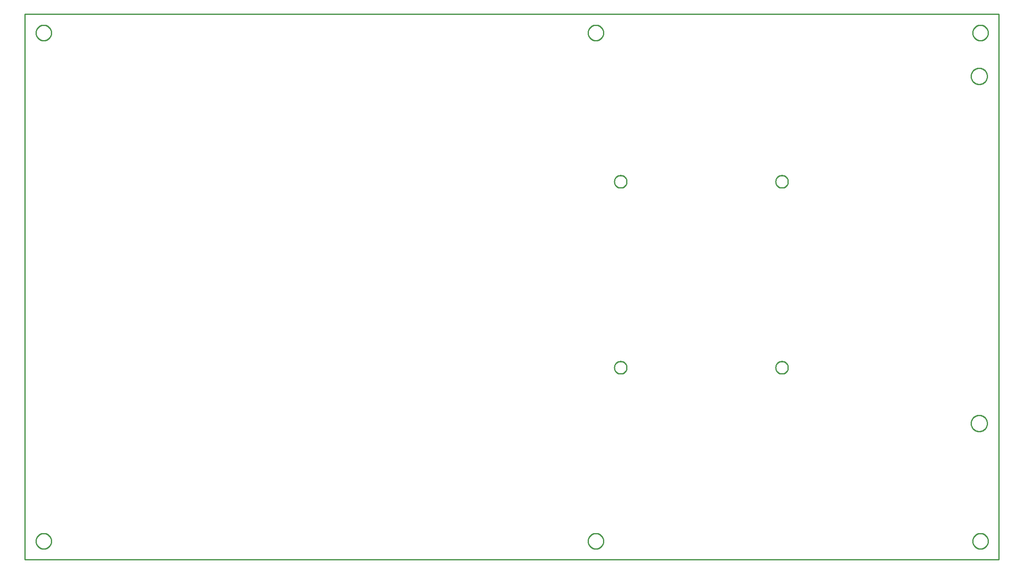
<source format=gko>
G04 EAGLE Gerber RS-274X export*
G75*
%MOMM*%
%FSLAX34Y34*%
%LPD*%
%INBoard Outline*%
%IPPOS*%
%AMOC8*
5,1,8,0,0,1.08239X$1,22.5*%
G01*
%ADD10C,0.000000*%
%ADD11C,0.254000*%


D10*
X0Y1117600D02*
X0Y0D01*
X1993900Y0D01*
X1993900Y1117600D01*
X0Y1117600D01*
X22225Y1079500D02*
X22230Y1079890D01*
X22244Y1080279D01*
X22268Y1080668D01*
X22301Y1081056D01*
X22344Y1081443D01*
X22397Y1081829D01*
X22459Y1082214D01*
X22530Y1082597D01*
X22611Y1082978D01*
X22701Y1083357D01*
X22800Y1083734D01*
X22909Y1084108D01*
X23026Y1084480D01*
X23153Y1084848D01*
X23289Y1085213D01*
X23433Y1085575D01*
X23587Y1085933D01*
X23749Y1086287D01*
X23920Y1086638D01*
X24099Y1086983D01*
X24287Y1087325D01*
X24484Y1087661D01*
X24688Y1087993D01*
X24900Y1088320D01*
X25121Y1088641D01*
X25349Y1088957D01*
X25585Y1089267D01*
X25828Y1089571D01*
X26079Y1089869D01*
X26337Y1090161D01*
X26603Y1090446D01*
X26875Y1090725D01*
X27154Y1090997D01*
X27439Y1091263D01*
X27731Y1091521D01*
X28029Y1091772D01*
X28333Y1092015D01*
X28643Y1092251D01*
X28959Y1092479D01*
X29280Y1092700D01*
X29607Y1092912D01*
X29939Y1093116D01*
X30275Y1093313D01*
X30617Y1093501D01*
X30962Y1093680D01*
X31313Y1093851D01*
X31667Y1094013D01*
X32025Y1094167D01*
X32387Y1094311D01*
X32752Y1094447D01*
X33120Y1094574D01*
X33492Y1094691D01*
X33866Y1094800D01*
X34243Y1094899D01*
X34622Y1094989D01*
X35003Y1095070D01*
X35386Y1095141D01*
X35771Y1095203D01*
X36157Y1095256D01*
X36544Y1095299D01*
X36932Y1095332D01*
X37321Y1095356D01*
X37710Y1095370D01*
X38100Y1095375D01*
X38490Y1095370D01*
X38879Y1095356D01*
X39268Y1095332D01*
X39656Y1095299D01*
X40043Y1095256D01*
X40429Y1095203D01*
X40814Y1095141D01*
X41197Y1095070D01*
X41578Y1094989D01*
X41957Y1094899D01*
X42334Y1094800D01*
X42708Y1094691D01*
X43080Y1094574D01*
X43448Y1094447D01*
X43813Y1094311D01*
X44175Y1094167D01*
X44533Y1094013D01*
X44887Y1093851D01*
X45238Y1093680D01*
X45583Y1093501D01*
X45925Y1093313D01*
X46261Y1093116D01*
X46593Y1092912D01*
X46920Y1092700D01*
X47241Y1092479D01*
X47557Y1092251D01*
X47867Y1092015D01*
X48171Y1091772D01*
X48469Y1091521D01*
X48761Y1091263D01*
X49046Y1090997D01*
X49325Y1090725D01*
X49597Y1090446D01*
X49863Y1090161D01*
X50121Y1089869D01*
X50372Y1089571D01*
X50615Y1089267D01*
X50851Y1088957D01*
X51079Y1088641D01*
X51300Y1088320D01*
X51512Y1087993D01*
X51716Y1087661D01*
X51913Y1087325D01*
X52101Y1086983D01*
X52280Y1086638D01*
X52451Y1086287D01*
X52613Y1085933D01*
X52767Y1085575D01*
X52911Y1085213D01*
X53047Y1084848D01*
X53174Y1084480D01*
X53291Y1084108D01*
X53400Y1083734D01*
X53499Y1083357D01*
X53589Y1082978D01*
X53670Y1082597D01*
X53741Y1082214D01*
X53803Y1081829D01*
X53856Y1081443D01*
X53899Y1081056D01*
X53932Y1080668D01*
X53956Y1080279D01*
X53970Y1079890D01*
X53975Y1079500D01*
X53970Y1079110D01*
X53956Y1078721D01*
X53932Y1078332D01*
X53899Y1077944D01*
X53856Y1077557D01*
X53803Y1077171D01*
X53741Y1076786D01*
X53670Y1076403D01*
X53589Y1076022D01*
X53499Y1075643D01*
X53400Y1075266D01*
X53291Y1074892D01*
X53174Y1074520D01*
X53047Y1074152D01*
X52911Y1073787D01*
X52767Y1073425D01*
X52613Y1073067D01*
X52451Y1072713D01*
X52280Y1072362D01*
X52101Y1072017D01*
X51913Y1071675D01*
X51716Y1071339D01*
X51512Y1071007D01*
X51300Y1070680D01*
X51079Y1070359D01*
X50851Y1070043D01*
X50615Y1069733D01*
X50372Y1069429D01*
X50121Y1069131D01*
X49863Y1068839D01*
X49597Y1068554D01*
X49325Y1068275D01*
X49046Y1068003D01*
X48761Y1067737D01*
X48469Y1067479D01*
X48171Y1067228D01*
X47867Y1066985D01*
X47557Y1066749D01*
X47241Y1066521D01*
X46920Y1066300D01*
X46593Y1066088D01*
X46261Y1065884D01*
X45925Y1065687D01*
X45583Y1065499D01*
X45238Y1065320D01*
X44887Y1065149D01*
X44533Y1064987D01*
X44175Y1064833D01*
X43813Y1064689D01*
X43448Y1064553D01*
X43080Y1064426D01*
X42708Y1064309D01*
X42334Y1064200D01*
X41957Y1064101D01*
X41578Y1064011D01*
X41197Y1063930D01*
X40814Y1063859D01*
X40429Y1063797D01*
X40043Y1063744D01*
X39656Y1063701D01*
X39268Y1063668D01*
X38879Y1063644D01*
X38490Y1063630D01*
X38100Y1063625D01*
X37710Y1063630D01*
X37321Y1063644D01*
X36932Y1063668D01*
X36544Y1063701D01*
X36157Y1063744D01*
X35771Y1063797D01*
X35386Y1063859D01*
X35003Y1063930D01*
X34622Y1064011D01*
X34243Y1064101D01*
X33866Y1064200D01*
X33492Y1064309D01*
X33120Y1064426D01*
X32752Y1064553D01*
X32387Y1064689D01*
X32025Y1064833D01*
X31667Y1064987D01*
X31313Y1065149D01*
X30962Y1065320D01*
X30617Y1065499D01*
X30275Y1065687D01*
X29939Y1065884D01*
X29607Y1066088D01*
X29280Y1066300D01*
X28959Y1066521D01*
X28643Y1066749D01*
X28333Y1066985D01*
X28029Y1067228D01*
X27731Y1067479D01*
X27439Y1067737D01*
X27154Y1068003D01*
X26875Y1068275D01*
X26603Y1068554D01*
X26337Y1068839D01*
X26079Y1069131D01*
X25828Y1069429D01*
X25585Y1069733D01*
X25349Y1070043D01*
X25121Y1070359D01*
X24900Y1070680D01*
X24688Y1071007D01*
X24484Y1071339D01*
X24287Y1071675D01*
X24099Y1072017D01*
X23920Y1072362D01*
X23749Y1072713D01*
X23587Y1073067D01*
X23433Y1073425D01*
X23289Y1073787D01*
X23153Y1074152D01*
X23026Y1074520D01*
X22909Y1074892D01*
X22800Y1075266D01*
X22701Y1075643D01*
X22611Y1076022D01*
X22530Y1076403D01*
X22459Y1076786D01*
X22397Y1077171D01*
X22344Y1077557D01*
X22301Y1077944D01*
X22268Y1078332D01*
X22244Y1078721D01*
X22230Y1079110D01*
X22225Y1079500D01*
X22225Y38100D02*
X22230Y38490D01*
X22244Y38879D01*
X22268Y39268D01*
X22301Y39656D01*
X22344Y40043D01*
X22397Y40429D01*
X22459Y40814D01*
X22530Y41197D01*
X22611Y41578D01*
X22701Y41957D01*
X22800Y42334D01*
X22909Y42708D01*
X23026Y43080D01*
X23153Y43448D01*
X23289Y43813D01*
X23433Y44175D01*
X23587Y44533D01*
X23749Y44887D01*
X23920Y45238D01*
X24099Y45583D01*
X24287Y45925D01*
X24484Y46261D01*
X24688Y46593D01*
X24900Y46920D01*
X25121Y47241D01*
X25349Y47557D01*
X25585Y47867D01*
X25828Y48171D01*
X26079Y48469D01*
X26337Y48761D01*
X26603Y49046D01*
X26875Y49325D01*
X27154Y49597D01*
X27439Y49863D01*
X27731Y50121D01*
X28029Y50372D01*
X28333Y50615D01*
X28643Y50851D01*
X28959Y51079D01*
X29280Y51300D01*
X29607Y51512D01*
X29939Y51716D01*
X30275Y51913D01*
X30617Y52101D01*
X30962Y52280D01*
X31313Y52451D01*
X31667Y52613D01*
X32025Y52767D01*
X32387Y52911D01*
X32752Y53047D01*
X33120Y53174D01*
X33492Y53291D01*
X33866Y53400D01*
X34243Y53499D01*
X34622Y53589D01*
X35003Y53670D01*
X35386Y53741D01*
X35771Y53803D01*
X36157Y53856D01*
X36544Y53899D01*
X36932Y53932D01*
X37321Y53956D01*
X37710Y53970D01*
X38100Y53975D01*
X38490Y53970D01*
X38879Y53956D01*
X39268Y53932D01*
X39656Y53899D01*
X40043Y53856D01*
X40429Y53803D01*
X40814Y53741D01*
X41197Y53670D01*
X41578Y53589D01*
X41957Y53499D01*
X42334Y53400D01*
X42708Y53291D01*
X43080Y53174D01*
X43448Y53047D01*
X43813Y52911D01*
X44175Y52767D01*
X44533Y52613D01*
X44887Y52451D01*
X45238Y52280D01*
X45583Y52101D01*
X45925Y51913D01*
X46261Y51716D01*
X46593Y51512D01*
X46920Y51300D01*
X47241Y51079D01*
X47557Y50851D01*
X47867Y50615D01*
X48171Y50372D01*
X48469Y50121D01*
X48761Y49863D01*
X49046Y49597D01*
X49325Y49325D01*
X49597Y49046D01*
X49863Y48761D01*
X50121Y48469D01*
X50372Y48171D01*
X50615Y47867D01*
X50851Y47557D01*
X51079Y47241D01*
X51300Y46920D01*
X51512Y46593D01*
X51716Y46261D01*
X51913Y45925D01*
X52101Y45583D01*
X52280Y45238D01*
X52451Y44887D01*
X52613Y44533D01*
X52767Y44175D01*
X52911Y43813D01*
X53047Y43448D01*
X53174Y43080D01*
X53291Y42708D01*
X53400Y42334D01*
X53499Y41957D01*
X53589Y41578D01*
X53670Y41197D01*
X53741Y40814D01*
X53803Y40429D01*
X53856Y40043D01*
X53899Y39656D01*
X53932Y39268D01*
X53956Y38879D01*
X53970Y38490D01*
X53975Y38100D01*
X53970Y37710D01*
X53956Y37321D01*
X53932Y36932D01*
X53899Y36544D01*
X53856Y36157D01*
X53803Y35771D01*
X53741Y35386D01*
X53670Y35003D01*
X53589Y34622D01*
X53499Y34243D01*
X53400Y33866D01*
X53291Y33492D01*
X53174Y33120D01*
X53047Y32752D01*
X52911Y32387D01*
X52767Y32025D01*
X52613Y31667D01*
X52451Y31313D01*
X52280Y30962D01*
X52101Y30617D01*
X51913Y30275D01*
X51716Y29939D01*
X51512Y29607D01*
X51300Y29280D01*
X51079Y28959D01*
X50851Y28643D01*
X50615Y28333D01*
X50372Y28029D01*
X50121Y27731D01*
X49863Y27439D01*
X49597Y27154D01*
X49325Y26875D01*
X49046Y26603D01*
X48761Y26337D01*
X48469Y26079D01*
X48171Y25828D01*
X47867Y25585D01*
X47557Y25349D01*
X47241Y25121D01*
X46920Y24900D01*
X46593Y24688D01*
X46261Y24484D01*
X45925Y24287D01*
X45583Y24099D01*
X45238Y23920D01*
X44887Y23749D01*
X44533Y23587D01*
X44175Y23433D01*
X43813Y23289D01*
X43448Y23153D01*
X43080Y23026D01*
X42708Y22909D01*
X42334Y22800D01*
X41957Y22701D01*
X41578Y22611D01*
X41197Y22530D01*
X40814Y22459D01*
X40429Y22397D01*
X40043Y22344D01*
X39656Y22301D01*
X39268Y22268D01*
X38879Y22244D01*
X38490Y22230D01*
X38100Y22225D01*
X37710Y22230D01*
X37321Y22244D01*
X36932Y22268D01*
X36544Y22301D01*
X36157Y22344D01*
X35771Y22397D01*
X35386Y22459D01*
X35003Y22530D01*
X34622Y22611D01*
X34243Y22701D01*
X33866Y22800D01*
X33492Y22909D01*
X33120Y23026D01*
X32752Y23153D01*
X32387Y23289D01*
X32025Y23433D01*
X31667Y23587D01*
X31313Y23749D01*
X30962Y23920D01*
X30617Y24099D01*
X30275Y24287D01*
X29939Y24484D01*
X29607Y24688D01*
X29280Y24900D01*
X28959Y25121D01*
X28643Y25349D01*
X28333Y25585D01*
X28029Y25828D01*
X27731Y26079D01*
X27439Y26337D01*
X27154Y26603D01*
X26875Y26875D01*
X26603Y27154D01*
X26337Y27439D01*
X26079Y27731D01*
X25828Y28029D01*
X25585Y28333D01*
X25349Y28643D01*
X25121Y28959D01*
X24900Y29280D01*
X24688Y29607D01*
X24484Y29939D01*
X24287Y30275D01*
X24099Y30617D01*
X23920Y30962D01*
X23749Y31313D01*
X23587Y31667D01*
X23433Y32025D01*
X23289Y32387D01*
X23153Y32752D01*
X23026Y33120D01*
X22909Y33492D01*
X22800Y33866D01*
X22701Y34243D01*
X22611Y34622D01*
X22530Y35003D01*
X22459Y35386D01*
X22397Y35771D01*
X22344Y36157D01*
X22301Y36544D01*
X22268Y36932D01*
X22244Y37321D01*
X22230Y37710D01*
X22225Y38100D01*
X1939925Y1079500D02*
X1939930Y1079890D01*
X1939944Y1080279D01*
X1939968Y1080668D01*
X1940001Y1081056D01*
X1940044Y1081443D01*
X1940097Y1081829D01*
X1940159Y1082214D01*
X1940230Y1082597D01*
X1940311Y1082978D01*
X1940401Y1083357D01*
X1940500Y1083734D01*
X1940609Y1084108D01*
X1940726Y1084480D01*
X1940853Y1084848D01*
X1940989Y1085213D01*
X1941133Y1085575D01*
X1941287Y1085933D01*
X1941449Y1086287D01*
X1941620Y1086638D01*
X1941799Y1086983D01*
X1941987Y1087325D01*
X1942184Y1087661D01*
X1942388Y1087993D01*
X1942600Y1088320D01*
X1942821Y1088641D01*
X1943049Y1088957D01*
X1943285Y1089267D01*
X1943528Y1089571D01*
X1943779Y1089869D01*
X1944037Y1090161D01*
X1944303Y1090446D01*
X1944575Y1090725D01*
X1944854Y1090997D01*
X1945139Y1091263D01*
X1945431Y1091521D01*
X1945729Y1091772D01*
X1946033Y1092015D01*
X1946343Y1092251D01*
X1946659Y1092479D01*
X1946980Y1092700D01*
X1947307Y1092912D01*
X1947639Y1093116D01*
X1947975Y1093313D01*
X1948317Y1093501D01*
X1948662Y1093680D01*
X1949013Y1093851D01*
X1949367Y1094013D01*
X1949725Y1094167D01*
X1950087Y1094311D01*
X1950452Y1094447D01*
X1950820Y1094574D01*
X1951192Y1094691D01*
X1951566Y1094800D01*
X1951943Y1094899D01*
X1952322Y1094989D01*
X1952703Y1095070D01*
X1953086Y1095141D01*
X1953471Y1095203D01*
X1953857Y1095256D01*
X1954244Y1095299D01*
X1954632Y1095332D01*
X1955021Y1095356D01*
X1955410Y1095370D01*
X1955800Y1095375D01*
X1956190Y1095370D01*
X1956579Y1095356D01*
X1956968Y1095332D01*
X1957356Y1095299D01*
X1957743Y1095256D01*
X1958129Y1095203D01*
X1958514Y1095141D01*
X1958897Y1095070D01*
X1959278Y1094989D01*
X1959657Y1094899D01*
X1960034Y1094800D01*
X1960408Y1094691D01*
X1960780Y1094574D01*
X1961148Y1094447D01*
X1961513Y1094311D01*
X1961875Y1094167D01*
X1962233Y1094013D01*
X1962587Y1093851D01*
X1962938Y1093680D01*
X1963283Y1093501D01*
X1963625Y1093313D01*
X1963961Y1093116D01*
X1964293Y1092912D01*
X1964620Y1092700D01*
X1964941Y1092479D01*
X1965257Y1092251D01*
X1965567Y1092015D01*
X1965871Y1091772D01*
X1966169Y1091521D01*
X1966461Y1091263D01*
X1966746Y1090997D01*
X1967025Y1090725D01*
X1967297Y1090446D01*
X1967563Y1090161D01*
X1967821Y1089869D01*
X1968072Y1089571D01*
X1968315Y1089267D01*
X1968551Y1088957D01*
X1968779Y1088641D01*
X1969000Y1088320D01*
X1969212Y1087993D01*
X1969416Y1087661D01*
X1969613Y1087325D01*
X1969801Y1086983D01*
X1969980Y1086638D01*
X1970151Y1086287D01*
X1970313Y1085933D01*
X1970467Y1085575D01*
X1970611Y1085213D01*
X1970747Y1084848D01*
X1970874Y1084480D01*
X1970991Y1084108D01*
X1971100Y1083734D01*
X1971199Y1083357D01*
X1971289Y1082978D01*
X1971370Y1082597D01*
X1971441Y1082214D01*
X1971503Y1081829D01*
X1971556Y1081443D01*
X1971599Y1081056D01*
X1971632Y1080668D01*
X1971656Y1080279D01*
X1971670Y1079890D01*
X1971675Y1079500D01*
X1971670Y1079110D01*
X1971656Y1078721D01*
X1971632Y1078332D01*
X1971599Y1077944D01*
X1971556Y1077557D01*
X1971503Y1077171D01*
X1971441Y1076786D01*
X1971370Y1076403D01*
X1971289Y1076022D01*
X1971199Y1075643D01*
X1971100Y1075266D01*
X1970991Y1074892D01*
X1970874Y1074520D01*
X1970747Y1074152D01*
X1970611Y1073787D01*
X1970467Y1073425D01*
X1970313Y1073067D01*
X1970151Y1072713D01*
X1969980Y1072362D01*
X1969801Y1072017D01*
X1969613Y1071675D01*
X1969416Y1071339D01*
X1969212Y1071007D01*
X1969000Y1070680D01*
X1968779Y1070359D01*
X1968551Y1070043D01*
X1968315Y1069733D01*
X1968072Y1069429D01*
X1967821Y1069131D01*
X1967563Y1068839D01*
X1967297Y1068554D01*
X1967025Y1068275D01*
X1966746Y1068003D01*
X1966461Y1067737D01*
X1966169Y1067479D01*
X1965871Y1067228D01*
X1965567Y1066985D01*
X1965257Y1066749D01*
X1964941Y1066521D01*
X1964620Y1066300D01*
X1964293Y1066088D01*
X1963961Y1065884D01*
X1963625Y1065687D01*
X1963283Y1065499D01*
X1962938Y1065320D01*
X1962587Y1065149D01*
X1962233Y1064987D01*
X1961875Y1064833D01*
X1961513Y1064689D01*
X1961148Y1064553D01*
X1960780Y1064426D01*
X1960408Y1064309D01*
X1960034Y1064200D01*
X1959657Y1064101D01*
X1959278Y1064011D01*
X1958897Y1063930D01*
X1958514Y1063859D01*
X1958129Y1063797D01*
X1957743Y1063744D01*
X1957356Y1063701D01*
X1956968Y1063668D01*
X1956579Y1063644D01*
X1956190Y1063630D01*
X1955800Y1063625D01*
X1955410Y1063630D01*
X1955021Y1063644D01*
X1954632Y1063668D01*
X1954244Y1063701D01*
X1953857Y1063744D01*
X1953471Y1063797D01*
X1953086Y1063859D01*
X1952703Y1063930D01*
X1952322Y1064011D01*
X1951943Y1064101D01*
X1951566Y1064200D01*
X1951192Y1064309D01*
X1950820Y1064426D01*
X1950452Y1064553D01*
X1950087Y1064689D01*
X1949725Y1064833D01*
X1949367Y1064987D01*
X1949013Y1065149D01*
X1948662Y1065320D01*
X1948317Y1065499D01*
X1947975Y1065687D01*
X1947639Y1065884D01*
X1947307Y1066088D01*
X1946980Y1066300D01*
X1946659Y1066521D01*
X1946343Y1066749D01*
X1946033Y1066985D01*
X1945729Y1067228D01*
X1945431Y1067479D01*
X1945139Y1067737D01*
X1944854Y1068003D01*
X1944575Y1068275D01*
X1944303Y1068554D01*
X1944037Y1068839D01*
X1943779Y1069131D01*
X1943528Y1069429D01*
X1943285Y1069733D01*
X1943049Y1070043D01*
X1942821Y1070359D01*
X1942600Y1070680D01*
X1942388Y1071007D01*
X1942184Y1071339D01*
X1941987Y1071675D01*
X1941799Y1072017D01*
X1941620Y1072362D01*
X1941449Y1072713D01*
X1941287Y1073067D01*
X1941133Y1073425D01*
X1940989Y1073787D01*
X1940853Y1074152D01*
X1940726Y1074520D01*
X1940609Y1074892D01*
X1940500Y1075266D01*
X1940401Y1075643D01*
X1940311Y1076022D01*
X1940230Y1076403D01*
X1940159Y1076786D01*
X1940097Y1077171D01*
X1940044Y1077557D01*
X1940001Y1077944D01*
X1939968Y1078332D01*
X1939944Y1078721D01*
X1939930Y1079110D01*
X1939925Y1079500D01*
X1939925Y38100D02*
X1939930Y38490D01*
X1939944Y38879D01*
X1939968Y39268D01*
X1940001Y39656D01*
X1940044Y40043D01*
X1940097Y40429D01*
X1940159Y40814D01*
X1940230Y41197D01*
X1940311Y41578D01*
X1940401Y41957D01*
X1940500Y42334D01*
X1940609Y42708D01*
X1940726Y43080D01*
X1940853Y43448D01*
X1940989Y43813D01*
X1941133Y44175D01*
X1941287Y44533D01*
X1941449Y44887D01*
X1941620Y45238D01*
X1941799Y45583D01*
X1941987Y45925D01*
X1942184Y46261D01*
X1942388Y46593D01*
X1942600Y46920D01*
X1942821Y47241D01*
X1943049Y47557D01*
X1943285Y47867D01*
X1943528Y48171D01*
X1943779Y48469D01*
X1944037Y48761D01*
X1944303Y49046D01*
X1944575Y49325D01*
X1944854Y49597D01*
X1945139Y49863D01*
X1945431Y50121D01*
X1945729Y50372D01*
X1946033Y50615D01*
X1946343Y50851D01*
X1946659Y51079D01*
X1946980Y51300D01*
X1947307Y51512D01*
X1947639Y51716D01*
X1947975Y51913D01*
X1948317Y52101D01*
X1948662Y52280D01*
X1949013Y52451D01*
X1949367Y52613D01*
X1949725Y52767D01*
X1950087Y52911D01*
X1950452Y53047D01*
X1950820Y53174D01*
X1951192Y53291D01*
X1951566Y53400D01*
X1951943Y53499D01*
X1952322Y53589D01*
X1952703Y53670D01*
X1953086Y53741D01*
X1953471Y53803D01*
X1953857Y53856D01*
X1954244Y53899D01*
X1954632Y53932D01*
X1955021Y53956D01*
X1955410Y53970D01*
X1955800Y53975D01*
X1956190Y53970D01*
X1956579Y53956D01*
X1956968Y53932D01*
X1957356Y53899D01*
X1957743Y53856D01*
X1958129Y53803D01*
X1958514Y53741D01*
X1958897Y53670D01*
X1959278Y53589D01*
X1959657Y53499D01*
X1960034Y53400D01*
X1960408Y53291D01*
X1960780Y53174D01*
X1961148Y53047D01*
X1961513Y52911D01*
X1961875Y52767D01*
X1962233Y52613D01*
X1962587Y52451D01*
X1962938Y52280D01*
X1963283Y52101D01*
X1963625Y51913D01*
X1963961Y51716D01*
X1964293Y51512D01*
X1964620Y51300D01*
X1964941Y51079D01*
X1965257Y50851D01*
X1965567Y50615D01*
X1965871Y50372D01*
X1966169Y50121D01*
X1966461Y49863D01*
X1966746Y49597D01*
X1967025Y49325D01*
X1967297Y49046D01*
X1967563Y48761D01*
X1967821Y48469D01*
X1968072Y48171D01*
X1968315Y47867D01*
X1968551Y47557D01*
X1968779Y47241D01*
X1969000Y46920D01*
X1969212Y46593D01*
X1969416Y46261D01*
X1969613Y45925D01*
X1969801Y45583D01*
X1969980Y45238D01*
X1970151Y44887D01*
X1970313Y44533D01*
X1970467Y44175D01*
X1970611Y43813D01*
X1970747Y43448D01*
X1970874Y43080D01*
X1970991Y42708D01*
X1971100Y42334D01*
X1971199Y41957D01*
X1971289Y41578D01*
X1971370Y41197D01*
X1971441Y40814D01*
X1971503Y40429D01*
X1971556Y40043D01*
X1971599Y39656D01*
X1971632Y39268D01*
X1971656Y38879D01*
X1971670Y38490D01*
X1971675Y38100D01*
X1971670Y37710D01*
X1971656Y37321D01*
X1971632Y36932D01*
X1971599Y36544D01*
X1971556Y36157D01*
X1971503Y35771D01*
X1971441Y35386D01*
X1971370Y35003D01*
X1971289Y34622D01*
X1971199Y34243D01*
X1971100Y33866D01*
X1970991Y33492D01*
X1970874Y33120D01*
X1970747Y32752D01*
X1970611Y32387D01*
X1970467Y32025D01*
X1970313Y31667D01*
X1970151Y31313D01*
X1969980Y30962D01*
X1969801Y30617D01*
X1969613Y30275D01*
X1969416Y29939D01*
X1969212Y29607D01*
X1969000Y29280D01*
X1968779Y28959D01*
X1968551Y28643D01*
X1968315Y28333D01*
X1968072Y28029D01*
X1967821Y27731D01*
X1967563Y27439D01*
X1967297Y27154D01*
X1967025Y26875D01*
X1966746Y26603D01*
X1966461Y26337D01*
X1966169Y26079D01*
X1965871Y25828D01*
X1965567Y25585D01*
X1965257Y25349D01*
X1964941Y25121D01*
X1964620Y24900D01*
X1964293Y24688D01*
X1963961Y24484D01*
X1963625Y24287D01*
X1963283Y24099D01*
X1962938Y23920D01*
X1962587Y23749D01*
X1962233Y23587D01*
X1961875Y23433D01*
X1961513Y23289D01*
X1961148Y23153D01*
X1960780Y23026D01*
X1960408Y22909D01*
X1960034Y22800D01*
X1959657Y22701D01*
X1959278Y22611D01*
X1958897Y22530D01*
X1958514Y22459D01*
X1958129Y22397D01*
X1957743Y22344D01*
X1957356Y22301D01*
X1956968Y22268D01*
X1956579Y22244D01*
X1956190Y22230D01*
X1955800Y22225D01*
X1955410Y22230D01*
X1955021Y22244D01*
X1954632Y22268D01*
X1954244Y22301D01*
X1953857Y22344D01*
X1953471Y22397D01*
X1953086Y22459D01*
X1952703Y22530D01*
X1952322Y22611D01*
X1951943Y22701D01*
X1951566Y22800D01*
X1951192Y22909D01*
X1950820Y23026D01*
X1950452Y23153D01*
X1950087Y23289D01*
X1949725Y23433D01*
X1949367Y23587D01*
X1949013Y23749D01*
X1948662Y23920D01*
X1948317Y24099D01*
X1947975Y24287D01*
X1947639Y24484D01*
X1947307Y24688D01*
X1946980Y24900D01*
X1946659Y25121D01*
X1946343Y25349D01*
X1946033Y25585D01*
X1945729Y25828D01*
X1945431Y26079D01*
X1945139Y26337D01*
X1944854Y26603D01*
X1944575Y26875D01*
X1944303Y27154D01*
X1944037Y27439D01*
X1943779Y27731D01*
X1943528Y28029D01*
X1943285Y28333D01*
X1943049Y28643D01*
X1942821Y28959D01*
X1942600Y29280D01*
X1942388Y29607D01*
X1942184Y29939D01*
X1941987Y30275D01*
X1941799Y30617D01*
X1941620Y30962D01*
X1941449Y31313D01*
X1941287Y31667D01*
X1941133Y32025D01*
X1940989Y32387D01*
X1940853Y32752D01*
X1940726Y33120D01*
X1940609Y33492D01*
X1940500Y33866D01*
X1940401Y34243D01*
X1940311Y34622D01*
X1940230Y35003D01*
X1940159Y35386D01*
X1940097Y35771D01*
X1940044Y36157D01*
X1940001Y36544D01*
X1939968Y36932D01*
X1939944Y37321D01*
X1939930Y37710D01*
X1939925Y38100D01*
X1152525Y1079500D02*
X1152530Y1079890D01*
X1152544Y1080279D01*
X1152568Y1080668D01*
X1152601Y1081056D01*
X1152644Y1081443D01*
X1152697Y1081829D01*
X1152759Y1082214D01*
X1152830Y1082597D01*
X1152911Y1082978D01*
X1153001Y1083357D01*
X1153100Y1083734D01*
X1153209Y1084108D01*
X1153326Y1084480D01*
X1153453Y1084848D01*
X1153589Y1085213D01*
X1153733Y1085575D01*
X1153887Y1085933D01*
X1154049Y1086287D01*
X1154220Y1086638D01*
X1154399Y1086983D01*
X1154587Y1087325D01*
X1154784Y1087661D01*
X1154988Y1087993D01*
X1155200Y1088320D01*
X1155421Y1088641D01*
X1155649Y1088957D01*
X1155885Y1089267D01*
X1156128Y1089571D01*
X1156379Y1089869D01*
X1156637Y1090161D01*
X1156903Y1090446D01*
X1157175Y1090725D01*
X1157454Y1090997D01*
X1157739Y1091263D01*
X1158031Y1091521D01*
X1158329Y1091772D01*
X1158633Y1092015D01*
X1158943Y1092251D01*
X1159259Y1092479D01*
X1159580Y1092700D01*
X1159907Y1092912D01*
X1160239Y1093116D01*
X1160575Y1093313D01*
X1160917Y1093501D01*
X1161262Y1093680D01*
X1161613Y1093851D01*
X1161967Y1094013D01*
X1162325Y1094167D01*
X1162687Y1094311D01*
X1163052Y1094447D01*
X1163420Y1094574D01*
X1163792Y1094691D01*
X1164166Y1094800D01*
X1164543Y1094899D01*
X1164922Y1094989D01*
X1165303Y1095070D01*
X1165686Y1095141D01*
X1166071Y1095203D01*
X1166457Y1095256D01*
X1166844Y1095299D01*
X1167232Y1095332D01*
X1167621Y1095356D01*
X1168010Y1095370D01*
X1168400Y1095375D01*
X1168790Y1095370D01*
X1169179Y1095356D01*
X1169568Y1095332D01*
X1169956Y1095299D01*
X1170343Y1095256D01*
X1170729Y1095203D01*
X1171114Y1095141D01*
X1171497Y1095070D01*
X1171878Y1094989D01*
X1172257Y1094899D01*
X1172634Y1094800D01*
X1173008Y1094691D01*
X1173380Y1094574D01*
X1173748Y1094447D01*
X1174113Y1094311D01*
X1174475Y1094167D01*
X1174833Y1094013D01*
X1175187Y1093851D01*
X1175538Y1093680D01*
X1175883Y1093501D01*
X1176225Y1093313D01*
X1176561Y1093116D01*
X1176893Y1092912D01*
X1177220Y1092700D01*
X1177541Y1092479D01*
X1177857Y1092251D01*
X1178167Y1092015D01*
X1178471Y1091772D01*
X1178769Y1091521D01*
X1179061Y1091263D01*
X1179346Y1090997D01*
X1179625Y1090725D01*
X1179897Y1090446D01*
X1180163Y1090161D01*
X1180421Y1089869D01*
X1180672Y1089571D01*
X1180915Y1089267D01*
X1181151Y1088957D01*
X1181379Y1088641D01*
X1181600Y1088320D01*
X1181812Y1087993D01*
X1182016Y1087661D01*
X1182213Y1087325D01*
X1182401Y1086983D01*
X1182580Y1086638D01*
X1182751Y1086287D01*
X1182913Y1085933D01*
X1183067Y1085575D01*
X1183211Y1085213D01*
X1183347Y1084848D01*
X1183474Y1084480D01*
X1183591Y1084108D01*
X1183700Y1083734D01*
X1183799Y1083357D01*
X1183889Y1082978D01*
X1183970Y1082597D01*
X1184041Y1082214D01*
X1184103Y1081829D01*
X1184156Y1081443D01*
X1184199Y1081056D01*
X1184232Y1080668D01*
X1184256Y1080279D01*
X1184270Y1079890D01*
X1184275Y1079500D01*
X1184270Y1079110D01*
X1184256Y1078721D01*
X1184232Y1078332D01*
X1184199Y1077944D01*
X1184156Y1077557D01*
X1184103Y1077171D01*
X1184041Y1076786D01*
X1183970Y1076403D01*
X1183889Y1076022D01*
X1183799Y1075643D01*
X1183700Y1075266D01*
X1183591Y1074892D01*
X1183474Y1074520D01*
X1183347Y1074152D01*
X1183211Y1073787D01*
X1183067Y1073425D01*
X1182913Y1073067D01*
X1182751Y1072713D01*
X1182580Y1072362D01*
X1182401Y1072017D01*
X1182213Y1071675D01*
X1182016Y1071339D01*
X1181812Y1071007D01*
X1181600Y1070680D01*
X1181379Y1070359D01*
X1181151Y1070043D01*
X1180915Y1069733D01*
X1180672Y1069429D01*
X1180421Y1069131D01*
X1180163Y1068839D01*
X1179897Y1068554D01*
X1179625Y1068275D01*
X1179346Y1068003D01*
X1179061Y1067737D01*
X1178769Y1067479D01*
X1178471Y1067228D01*
X1178167Y1066985D01*
X1177857Y1066749D01*
X1177541Y1066521D01*
X1177220Y1066300D01*
X1176893Y1066088D01*
X1176561Y1065884D01*
X1176225Y1065687D01*
X1175883Y1065499D01*
X1175538Y1065320D01*
X1175187Y1065149D01*
X1174833Y1064987D01*
X1174475Y1064833D01*
X1174113Y1064689D01*
X1173748Y1064553D01*
X1173380Y1064426D01*
X1173008Y1064309D01*
X1172634Y1064200D01*
X1172257Y1064101D01*
X1171878Y1064011D01*
X1171497Y1063930D01*
X1171114Y1063859D01*
X1170729Y1063797D01*
X1170343Y1063744D01*
X1169956Y1063701D01*
X1169568Y1063668D01*
X1169179Y1063644D01*
X1168790Y1063630D01*
X1168400Y1063625D01*
X1168010Y1063630D01*
X1167621Y1063644D01*
X1167232Y1063668D01*
X1166844Y1063701D01*
X1166457Y1063744D01*
X1166071Y1063797D01*
X1165686Y1063859D01*
X1165303Y1063930D01*
X1164922Y1064011D01*
X1164543Y1064101D01*
X1164166Y1064200D01*
X1163792Y1064309D01*
X1163420Y1064426D01*
X1163052Y1064553D01*
X1162687Y1064689D01*
X1162325Y1064833D01*
X1161967Y1064987D01*
X1161613Y1065149D01*
X1161262Y1065320D01*
X1160917Y1065499D01*
X1160575Y1065687D01*
X1160239Y1065884D01*
X1159907Y1066088D01*
X1159580Y1066300D01*
X1159259Y1066521D01*
X1158943Y1066749D01*
X1158633Y1066985D01*
X1158329Y1067228D01*
X1158031Y1067479D01*
X1157739Y1067737D01*
X1157454Y1068003D01*
X1157175Y1068275D01*
X1156903Y1068554D01*
X1156637Y1068839D01*
X1156379Y1069131D01*
X1156128Y1069429D01*
X1155885Y1069733D01*
X1155649Y1070043D01*
X1155421Y1070359D01*
X1155200Y1070680D01*
X1154988Y1071007D01*
X1154784Y1071339D01*
X1154587Y1071675D01*
X1154399Y1072017D01*
X1154220Y1072362D01*
X1154049Y1072713D01*
X1153887Y1073067D01*
X1153733Y1073425D01*
X1153589Y1073787D01*
X1153453Y1074152D01*
X1153326Y1074520D01*
X1153209Y1074892D01*
X1153100Y1075266D01*
X1153001Y1075643D01*
X1152911Y1076022D01*
X1152830Y1076403D01*
X1152759Y1076786D01*
X1152697Y1077171D01*
X1152644Y1077557D01*
X1152601Y1077944D01*
X1152568Y1078332D01*
X1152544Y1078721D01*
X1152530Y1079110D01*
X1152525Y1079500D01*
X1152525Y38100D02*
X1152530Y38490D01*
X1152544Y38879D01*
X1152568Y39268D01*
X1152601Y39656D01*
X1152644Y40043D01*
X1152697Y40429D01*
X1152759Y40814D01*
X1152830Y41197D01*
X1152911Y41578D01*
X1153001Y41957D01*
X1153100Y42334D01*
X1153209Y42708D01*
X1153326Y43080D01*
X1153453Y43448D01*
X1153589Y43813D01*
X1153733Y44175D01*
X1153887Y44533D01*
X1154049Y44887D01*
X1154220Y45238D01*
X1154399Y45583D01*
X1154587Y45925D01*
X1154784Y46261D01*
X1154988Y46593D01*
X1155200Y46920D01*
X1155421Y47241D01*
X1155649Y47557D01*
X1155885Y47867D01*
X1156128Y48171D01*
X1156379Y48469D01*
X1156637Y48761D01*
X1156903Y49046D01*
X1157175Y49325D01*
X1157454Y49597D01*
X1157739Y49863D01*
X1158031Y50121D01*
X1158329Y50372D01*
X1158633Y50615D01*
X1158943Y50851D01*
X1159259Y51079D01*
X1159580Y51300D01*
X1159907Y51512D01*
X1160239Y51716D01*
X1160575Y51913D01*
X1160917Y52101D01*
X1161262Y52280D01*
X1161613Y52451D01*
X1161967Y52613D01*
X1162325Y52767D01*
X1162687Y52911D01*
X1163052Y53047D01*
X1163420Y53174D01*
X1163792Y53291D01*
X1164166Y53400D01*
X1164543Y53499D01*
X1164922Y53589D01*
X1165303Y53670D01*
X1165686Y53741D01*
X1166071Y53803D01*
X1166457Y53856D01*
X1166844Y53899D01*
X1167232Y53932D01*
X1167621Y53956D01*
X1168010Y53970D01*
X1168400Y53975D01*
X1168790Y53970D01*
X1169179Y53956D01*
X1169568Y53932D01*
X1169956Y53899D01*
X1170343Y53856D01*
X1170729Y53803D01*
X1171114Y53741D01*
X1171497Y53670D01*
X1171878Y53589D01*
X1172257Y53499D01*
X1172634Y53400D01*
X1173008Y53291D01*
X1173380Y53174D01*
X1173748Y53047D01*
X1174113Y52911D01*
X1174475Y52767D01*
X1174833Y52613D01*
X1175187Y52451D01*
X1175538Y52280D01*
X1175883Y52101D01*
X1176225Y51913D01*
X1176561Y51716D01*
X1176893Y51512D01*
X1177220Y51300D01*
X1177541Y51079D01*
X1177857Y50851D01*
X1178167Y50615D01*
X1178471Y50372D01*
X1178769Y50121D01*
X1179061Y49863D01*
X1179346Y49597D01*
X1179625Y49325D01*
X1179897Y49046D01*
X1180163Y48761D01*
X1180421Y48469D01*
X1180672Y48171D01*
X1180915Y47867D01*
X1181151Y47557D01*
X1181379Y47241D01*
X1181600Y46920D01*
X1181812Y46593D01*
X1182016Y46261D01*
X1182213Y45925D01*
X1182401Y45583D01*
X1182580Y45238D01*
X1182751Y44887D01*
X1182913Y44533D01*
X1183067Y44175D01*
X1183211Y43813D01*
X1183347Y43448D01*
X1183474Y43080D01*
X1183591Y42708D01*
X1183700Y42334D01*
X1183799Y41957D01*
X1183889Y41578D01*
X1183970Y41197D01*
X1184041Y40814D01*
X1184103Y40429D01*
X1184156Y40043D01*
X1184199Y39656D01*
X1184232Y39268D01*
X1184256Y38879D01*
X1184270Y38490D01*
X1184275Y38100D01*
X1184270Y37710D01*
X1184256Y37321D01*
X1184232Y36932D01*
X1184199Y36544D01*
X1184156Y36157D01*
X1184103Y35771D01*
X1184041Y35386D01*
X1183970Y35003D01*
X1183889Y34622D01*
X1183799Y34243D01*
X1183700Y33866D01*
X1183591Y33492D01*
X1183474Y33120D01*
X1183347Y32752D01*
X1183211Y32387D01*
X1183067Y32025D01*
X1182913Y31667D01*
X1182751Y31313D01*
X1182580Y30962D01*
X1182401Y30617D01*
X1182213Y30275D01*
X1182016Y29939D01*
X1181812Y29607D01*
X1181600Y29280D01*
X1181379Y28959D01*
X1181151Y28643D01*
X1180915Y28333D01*
X1180672Y28029D01*
X1180421Y27731D01*
X1180163Y27439D01*
X1179897Y27154D01*
X1179625Y26875D01*
X1179346Y26603D01*
X1179061Y26337D01*
X1178769Y26079D01*
X1178471Y25828D01*
X1178167Y25585D01*
X1177857Y25349D01*
X1177541Y25121D01*
X1177220Y24900D01*
X1176893Y24688D01*
X1176561Y24484D01*
X1176225Y24287D01*
X1175883Y24099D01*
X1175538Y23920D01*
X1175187Y23749D01*
X1174833Y23587D01*
X1174475Y23433D01*
X1174113Y23289D01*
X1173748Y23153D01*
X1173380Y23026D01*
X1173008Y22909D01*
X1172634Y22800D01*
X1172257Y22701D01*
X1171878Y22611D01*
X1171497Y22530D01*
X1171114Y22459D01*
X1170729Y22397D01*
X1170343Y22344D01*
X1169956Y22301D01*
X1169568Y22268D01*
X1169179Y22244D01*
X1168790Y22230D01*
X1168400Y22225D01*
X1168010Y22230D01*
X1167621Y22244D01*
X1167232Y22268D01*
X1166844Y22301D01*
X1166457Y22344D01*
X1166071Y22397D01*
X1165686Y22459D01*
X1165303Y22530D01*
X1164922Y22611D01*
X1164543Y22701D01*
X1164166Y22800D01*
X1163792Y22909D01*
X1163420Y23026D01*
X1163052Y23153D01*
X1162687Y23289D01*
X1162325Y23433D01*
X1161967Y23587D01*
X1161613Y23749D01*
X1161262Y23920D01*
X1160917Y24099D01*
X1160575Y24287D01*
X1160239Y24484D01*
X1159907Y24688D01*
X1159580Y24900D01*
X1159259Y25121D01*
X1158943Y25349D01*
X1158633Y25585D01*
X1158329Y25828D01*
X1158031Y26079D01*
X1157739Y26337D01*
X1157454Y26603D01*
X1157175Y26875D01*
X1156903Y27154D01*
X1156637Y27439D01*
X1156379Y27731D01*
X1156128Y28029D01*
X1155885Y28333D01*
X1155649Y28643D01*
X1155421Y28959D01*
X1155200Y29280D01*
X1154988Y29607D01*
X1154784Y29939D01*
X1154587Y30275D01*
X1154399Y30617D01*
X1154220Y30962D01*
X1154049Y31313D01*
X1153887Y31667D01*
X1153733Y32025D01*
X1153589Y32387D01*
X1153453Y32752D01*
X1153326Y33120D01*
X1153209Y33492D01*
X1153100Y33866D01*
X1153001Y34243D01*
X1152911Y34622D01*
X1152830Y35003D01*
X1152759Y35386D01*
X1152697Y35771D01*
X1152644Y36157D01*
X1152601Y36544D01*
X1152568Y36932D01*
X1152544Y37321D01*
X1152530Y37710D01*
X1152525Y38100D01*
X1936750Y990600D02*
X1936755Y991005D01*
X1936770Y991410D01*
X1936795Y991815D01*
X1936830Y992218D01*
X1936874Y992621D01*
X1936929Y993023D01*
X1936993Y993423D01*
X1937067Y993821D01*
X1937151Y994217D01*
X1937245Y994612D01*
X1937348Y995003D01*
X1937461Y995393D01*
X1937583Y995779D01*
X1937715Y996162D01*
X1937856Y996542D01*
X1938007Y996918D01*
X1938166Y997291D01*
X1938335Y997659D01*
X1938513Y998023D01*
X1938699Y998383D01*
X1938895Y998738D01*
X1939099Y999088D01*
X1939311Y999433D01*
X1939532Y999772D01*
X1939762Y1000107D01*
X1939999Y1000435D01*
X1940244Y1000757D01*
X1940498Y1001074D01*
X1940758Y1001384D01*
X1941027Y1001687D01*
X1941303Y1001984D01*
X1941586Y1002274D01*
X1941876Y1002557D01*
X1942173Y1002833D01*
X1942476Y1003102D01*
X1942786Y1003362D01*
X1943103Y1003616D01*
X1943425Y1003861D01*
X1943753Y1004098D01*
X1944088Y1004328D01*
X1944427Y1004549D01*
X1944772Y1004761D01*
X1945122Y1004965D01*
X1945477Y1005161D01*
X1945837Y1005347D01*
X1946201Y1005525D01*
X1946569Y1005694D01*
X1946942Y1005853D01*
X1947318Y1006004D01*
X1947698Y1006145D01*
X1948081Y1006277D01*
X1948467Y1006399D01*
X1948857Y1006512D01*
X1949248Y1006615D01*
X1949643Y1006709D01*
X1950039Y1006793D01*
X1950437Y1006867D01*
X1950837Y1006931D01*
X1951239Y1006986D01*
X1951642Y1007030D01*
X1952045Y1007065D01*
X1952450Y1007090D01*
X1952855Y1007105D01*
X1953260Y1007110D01*
X1953665Y1007105D01*
X1954070Y1007090D01*
X1954475Y1007065D01*
X1954878Y1007030D01*
X1955281Y1006986D01*
X1955683Y1006931D01*
X1956083Y1006867D01*
X1956481Y1006793D01*
X1956877Y1006709D01*
X1957272Y1006615D01*
X1957663Y1006512D01*
X1958053Y1006399D01*
X1958439Y1006277D01*
X1958822Y1006145D01*
X1959202Y1006004D01*
X1959578Y1005853D01*
X1959951Y1005694D01*
X1960319Y1005525D01*
X1960683Y1005347D01*
X1961043Y1005161D01*
X1961398Y1004965D01*
X1961748Y1004761D01*
X1962093Y1004549D01*
X1962432Y1004328D01*
X1962767Y1004098D01*
X1963095Y1003861D01*
X1963417Y1003616D01*
X1963734Y1003362D01*
X1964044Y1003102D01*
X1964347Y1002833D01*
X1964644Y1002557D01*
X1964934Y1002274D01*
X1965217Y1001984D01*
X1965493Y1001687D01*
X1965762Y1001384D01*
X1966022Y1001074D01*
X1966276Y1000757D01*
X1966521Y1000435D01*
X1966758Y1000107D01*
X1966988Y999772D01*
X1967209Y999433D01*
X1967421Y999088D01*
X1967625Y998738D01*
X1967821Y998383D01*
X1968007Y998023D01*
X1968185Y997659D01*
X1968354Y997291D01*
X1968513Y996918D01*
X1968664Y996542D01*
X1968805Y996162D01*
X1968937Y995779D01*
X1969059Y995393D01*
X1969172Y995003D01*
X1969275Y994612D01*
X1969369Y994217D01*
X1969453Y993821D01*
X1969527Y993423D01*
X1969591Y993023D01*
X1969646Y992621D01*
X1969690Y992218D01*
X1969725Y991815D01*
X1969750Y991410D01*
X1969765Y991005D01*
X1969770Y990600D01*
X1969765Y990195D01*
X1969750Y989790D01*
X1969725Y989385D01*
X1969690Y988982D01*
X1969646Y988579D01*
X1969591Y988177D01*
X1969527Y987777D01*
X1969453Y987379D01*
X1969369Y986983D01*
X1969275Y986588D01*
X1969172Y986197D01*
X1969059Y985807D01*
X1968937Y985421D01*
X1968805Y985038D01*
X1968664Y984658D01*
X1968513Y984282D01*
X1968354Y983909D01*
X1968185Y983541D01*
X1968007Y983177D01*
X1967821Y982817D01*
X1967625Y982462D01*
X1967421Y982112D01*
X1967209Y981767D01*
X1966988Y981428D01*
X1966758Y981093D01*
X1966521Y980765D01*
X1966276Y980443D01*
X1966022Y980126D01*
X1965762Y979816D01*
X1965493Y979513D01*
X1965217Y979216D01*
X1964934Y978926D01*
X1964644Y978643D01*
X1964347Y978367D01*
X1964044Y978098D01*
X1963734Y977838D01*
X1963417Y977584D01*
X1963095Y977339D01*
X1962767Y977102D01*
X1962432Y976872D01*
X1962093Y976651D01*
X1961748Y976439D01*
X1961398Y976235D01*
X1961043Y976039D01*
X1960683Y975853D01*
X1960319Y975675D01*
X1959951Y975506D01*
X1959578Y975347D01*
X1959202Y975196D01*
X1958822Y975055D01*
X1958439Y974923D01*
X1958053Y974801D01*
X1957663Y974688D01*
X1957272Y974585D01*
X1956877Y974491D01*
X1956481Y974407D01*
X1956083Y974333D01*
X1955683Y974269D01*
X1955281Y974214D01*
X1954878Y974170D01*
X1954475Y974135D01*
X1954070Y974110D01*
X1953665Y974095D01*
X1953260Y974090D01*
X1952855Y974095D01*
X1952450Y974110D01*
X1952045Y974135D01*
X1951642Y974170D01*
X1951239Y974214D01*
X1950837Y974269D01*
X1950437Y974333D01*
X1950039Y974407D01*
X1949643Y974491D01*
X1949248Y974585D01*
X1948857Y974688D01*
X1948467Y974801D01*
X1948081Y974923D01*
X1947698Y975055D01*
X1947318Y975196D01*
X1946942Y975347D01*
X1946569Y975506D01*
X1946201Y975675D01*
X1945837Y975853D01*
X1945477Y976039D01*
X1945122Y976235D01*
X1944772Y976439D01*
X1944427Y976651D01*
X1944088Y976872D01*
X1943753Y977102D01*
X1943425Y977339D01*
X1943103Y977584D01*
X1942786Y977838D01*
X1942476Y978098D01*
X1942173Y978367D01*
X1941876Y978643D01*
X1941586Y978926D01*
X1941303Y979216D01*
X1941027Y979513D01*
X1940758Y979816D01*
X1940498Y980126D01*
X1940244Y980443D01*
X1939999Y980765D01*
X1939762Y981093D01*
X1939532Y981428D01*
X1939311Y981767D01*
X1939099Y982112D01*
X1938895Y982462D01*
X1938699Y982817D01*
X1938513Y983177D01*
X1938335Y983541D01*
X1938166Y983909D01*
X1938007Y984282D01*
X1937856Y984658D01*
X1937715Y985038D01*
X1937583Y985421D01*
X1937461Y985807D01*
X1937348Y986197D01*
X1937245Y986588D01*
X1937151Y986983D01*
X1937067Y987379D01*
X1936993Y987777D01*
X1936929Y988177D01*
X1936874Y988579D01*
X1936830Y988982D01*
X1936795Y989385D01*
X1936770Y989790D01*
X1936755Y990195D01*
X1936750Y990600D01*
X1206500Y774700D02*
X1206504Y775012D01*
X1206515Y775323D01*
X1206534Y775634D01*
X1206561Y775945D01*
X1206596Y776255D01*
X1206637Y776563D01*
X1206687Y776871D01*
X1206744Y777178D01*
X1206809Y777483D01*
X1206881Y777786D01*
X1206960Y778087D01*
X1207047Y778387D01*
X1207141Y778684D01*
X1207242Y778979D01*
X1207351Y779271D01*
X1207467Y779560D01*
X1207590Y779847D01*
X1207719Y780130D01*
X1207856Y780410D01*
X1208000Y780687D01*
X1208150Y780960D01*
X1208307Y781229D01*
X1208470Y781494D01*
X1208640Y781756D01*
X1208817Y782013D01*
X1208999Y782265D01*
X1209188Y782513D01*
X1209383Y782757D01*
X1209583Y782995D01*
X1209790Y783229D01*
X1210002Y783457D01*
X1210220Y783680D01*
X1210443Y783898D01*
X1210671Y784110D01*
X1210905Y784317D01*
X1211143Y784517D01*
X1211387Y784712D01*
X1211635Y784901D01*
X1211887Y785083D01*
X1212144Y785260D01*
X1212406Y785430D01*
X1212671Y785593D01*
X1212940Y785750D01*
X1213213Y785900D01*
X1213490Y786044D01*
X1213770Y786181D01*
X1214053Y786310D01*
X1214340Y786433D01*
X1214629Y786549D01*
X1214921Y786658D01*
X1215216Y786759D01*
X1215513Y786853D01*
X1215813Y786940D01*
X1216114Y787019D01*
X1216417Y787091D01*
X1216722Y787156D01*
X1217029Y787213D01*
X1217337Y787263D01*
X1217645Y787304D01*
X1217955Y787339D01*
X1218266Y787366D01*
X1218577Y787385D01*
X1218888Y787396D01*
X1219200Y787400D01*
X1219512Y787396D01*
X1219823Y787385D01*
X1220134Y787366D01*
X1220445Y787339D01*
X1220755Y787304D01*
X1221063Y787263D01*
X1221371Y787213D01*
X1221678Y787156D01*
X1221983Y787091D01*
X1222286Y787019D01*
X1222587Y786940D01*
X1222887Y786853D01*
X1223184Y786759D01*
X1223479Y786658D01*
X1223771Y786549D01*
X1224060Y786433D01*
X1224347Y786310D01*
X1224630Y786181D01*
X1224910Y786044D01*
X1225187Y785900D01*
X1225460Y785750D01*
X1225729Y785593D01*
X1225994Y785430D01*
X1226256Y785260D01*
X1226513Y785083D01*
X1226765Y784901D01*
X1227013Y784712D01*
X1227257Y784517D01*
X1227495Y784317D01*
X1227729Y784110D01*
X1227957Y783898D01*
X1228180Y783680D01*
X1228398Y783457D01*
X1228610Y783229D01*
X1228817Y782995D01*
X1229017Y782757D01*
X1229212Y782513D01*
X1229401Y782265D01*
X1229583Y782013D01*
X1229760Y781756D01*
X1229930Y781494D01*
X1230093Y781229D01*
X1230250Y780960D01*
X1230400Y780687D01*
X1230544Y780410D01*
X1230681Y780130D01*
X1230810Y779847D01*
X1230933Y779560D01*
X1231049Y779271D01*
X1231158Y778979D01*
X1231259Y778684D01*
X1231353Y778387D01*
X1231440Y778087D01*
X1231519Y777786D01*
X1231591Y777483D01*
X1231656Y777178D01*
X1231713Y776871D01*
X1231763Y776563D01*
X1231804Y776255D01*
X1231839Y775945D01*
X1231866Y775634D01*
X1231885Y775323D01*
X1231896Y775012D01*
X1231900Y774700D01*
X1231896Y774388D01*
X1231885Y774077D01*
X1231866Y773766D01*
X1231839Y773455D01*
X1231804Y773145D01*
X1231763Y772837D01*
X1231713Y772529D01*
X1231656Y772222D01*
X1231591Y771917D01*
X1231519Y771614D01*
X1231440Y771313D01*
X1231353Y771013D01*
X1231259Y770716D01*
X1231158Y770421D01*
X1231049Y770129D01*
X1230933Y769840D01*
X1230810Y769553D01*
X1230681Y769270D01*
X1230544Y768990D01*
X1230400Y768713D01*
X1230250Y768440D01*
X1230093Y768171D01*
X1229930Y767906D01*
X1229760Y767644D01*
X1229583Y767387D01*
X1229401Y767135D01*
X1229212Y766887D01*
X1229017Y766643D01*
X1228817Y766405D01*
X1228610Y766171D01*
X1228398Y765943D01*
X1228180Y765720D01*
X1227957Y765502D01*
X1227729Y765290D01*
X1227495Y765083D01*
X1227257Y764883D01*
X1227013Y764688D01*
X1226765Y764499D01*
X1226513Y764317D01*
X1226256Y764140D01*
X1225994Y763970D01*
X1225729Y763807D01*
X1225460Y763650D01*
X1225187Y763500D01*
X1224910Y763356D01*
X1224630Y763219D01*
X1224347Y763090D01*
X1224060Y762967D01*
X1223771Y762851D01*
X1223479Y762742D01*
X1223184Y762641D01*
X1222887Y762547D01*
X1222587Y762460D01*
X1222286Y762381D01*
X1221983Y762309D01*
X1221678Y762244D01*
X1221371Y762187D01*
X1221063Y762137D01*
X1220755Y762096D01*
X1220445Y762061D01*
X1220134Y762034D01*
X1219823Y762015D01*
X1219512Y762004D01*
X1219200Y762000D01*
X1218888Y762004D01*
X1218577Y762015D01*
X1218266Y762034D01*
X1217955Y762061D01*
X1217645Y762096D01*
X1217337Y762137D01*
X1217029Y762187D01*
X1216722Y762244D01*
X1216417Y762309D01*
X1216114Y762381D01*
X1215813Y762460D01*
X1215513Y762547D01*
X1215216Y762641D01*
X1214921Y762742D01*
X1214629Y762851D01*
X1214340Y762967D01*
X1214053Y763090D01*
X1213770Y763219D01*
X1213490Y763356D01*
X1213213Y763500D01*
X1212940Y763650D01*
X1212671Y763807D01*
X1212406Y763970D01*
X1212144Y764140D01*
X1211887Y764317D01*
X1211635Y764499D01*
X1211387Y764688D01*
X1211143Y764883D01*
X1210905Y765083D01*
X1210671Y765290D01*
X1210443Y765502D01*
X1210220Y765720D01*
X1210002Y765943D01*
X1209790Y766171D01*
X1209583Y766405D01*
X1209383Y766643D01*
X1209188Y766887D01*
X1208999Y767135D01*
X1208817Y767387D01*
X1208640Y767644D01*
X1208470Y767906D01*
X1208307Y768171D01*
X1208150Y768440D01*
X1208000Y768713D01*
X1207856Y768990D01*
X1207719Y769270D01*
X1207590Y769553D01*
X1207467Y769840D01*
X1207351Y770129D01*
X1207242Y770421D01*
X1207141Y770716D01*
X1207047Y771013D01*
X1206960Y771313D01*
X1206881Y771614D01*
X1206809Y771917D01*
X1206744Y772222D01*
X1206687Y772529D01*
X1206637Y772837D01*
X1206596Y773145D01*
X1206561Y773455D01*
X1206534Y773766D01*
X1206515Y774077D01*
X1206504Y774388D01*
X1206500Y774700D01*
X1536700Y774700D02*
X1536704Y775012D01*
X1536715Y775323D01*
X1536734Y775634D01*
X1536761Y775945D01*
X1536796Y776255D01*
X1536837Y776563D01*
X1536887Y776871D01*
X1536944Y777178D01*
X1537009Y777483D01*
X1537081Y777786D01*
X1537160Y778087D01*
X1537247Y778387D01*
X1537341Y778684D01*
X1537442Y778979D01*
X1537551Y779271D01*
X1537667Y779560D01*
X1537790Y779847D01*
X1537919Y780130D01*
X1538056Y780410D01*
X1538200Y780687D01*
X1538350Y780960D01*
X1538507Y781229D01*
X1538670Y781494D01*
X1538840Y781756D01*
X1539017Y782013D01*
X1539199Y782265D01*
X1539388Y782513D01*
X1539583Y782757D01*
X1539783Y782995D01*
X1539990Y783229D01*
X1540202Y783457D01*
X1540420Y783680D01*
X1540643Y783898D01*
X1540871Y784110D01*
X1541105Y784317D01*
X1541343Y784517D01*
X1541587Y784712D01*
X1541835Y784901D01*
X1542087Y785083D01*
X1542344Y785260D01*
X1542606Y785430D01*
X1542871Y785593D01*
X1543140Y785750D01*
X1543413Y785900D01*
X1543690Y786044D01*
X1543970Y786181D01*
X1544253Y786310D01*
X1544540Y786433D01*
X1544829Y786549D01*
X1545121Y786658D01*
X1545416Y786759D01*
X1545713Y786853D01*
X1546013Y786940D01*
X1546314Y787019D01*
X1546617Y787091D01*
X1546922Y787156D01*
X1547229Y787213D01*
X1547537Y787263D01*
X1547845Y787304D01*
X1548155Y787339D01*
X1548466Y787366D01*
X1548777Y787385D01*
X1549088Y787396D01*
X1549400Y787400D01*
X1549712Y787396D01*
X1550023Y787385D01*
X1550334Y787366D01*
X1550645Y787339D01*
X1550955Y787304D01*
X1551263Y787263D01*
X1551571Y787213D01*
X1551878Y787156D01*
X1552183Y787091D01*
X1552486Y787019D01*
X1552787Y786940D01*
X1553087Y786853D01*
X1553384Y786759D01*
X1553679Y786658D01*
X1553971Y786549D01*
X1554260Y786433D01*
X1554547Y786310D01*
X1554830Y786181D01*
X1555110Y786044D01*
X1555387Y785900D01*
X1555660Y785750D01*
X1555929Y785593D01*
X1556194Y785430D01*
X1556456Y785260D01*
X1556713Y785083D01*
X1556965Y784901D01*
X1557213Y784712D01*
X1557457Y784517D01*
X1557695Y784317D01*
X1557929Y784110D01*
X1558157Y783898D01*
X1558380Y783680D01*
X1558598Y783457D01*
X1558810Y783229D01*
X1559017Y782995D01*
X1559217Y782757D01*
X1559412Y782513D01*
X1559601Y782265D01*
X1559783Y782013D01*
X1559960Y781756D01*
X1560130Y781494D01*
X1560293Y781229D01*
X1560450Y780960D01*
X1560600Y780687D01*
X1560744Y780410D01*
X1560881Y780130D01*
X1561010Y779847D01*
X1561133Y779560D01*
X1561249Y779271D01*
X1561358Y778979D01*
X1561459Y778684D01*
X1561553Y778387D01*
X1561640Y778087D01*
X1561719Y777786D01*
X1561791Y777483D01*
X1561856Y777178D01*
X1561913Y776871D01*
X1561963Y776563D01*
X1562004Y776255D01*
X1562039Y775945D01*
X1562066Y775634D01*
X1562085Y775323D01*
X1562096Y775012D01*
X1562100Y774700D01*
X1562096Y774388D01*
X1562085Y774077D01*
X1562066Y773766D01*
X1562039Y773455D01*
X1562004Y773145D01*
X1561963Y772837D01*
X1561913Y772529D01*
X1561856Y772222D01*
X1561791Y771917D01*
X1561719Y771614D01*
X1561640Y771313D01*
X1561553Y771013D01*
X1561459Y770716D01*
X1561358Y770421D01*
X1561249Y770129D01*
X1561133Y769840D01*
X1561010Y769553D01*
X1560881Y769270D01*
X1560744Y768990D01*
X1560600Y768713D01*
X1560450Y768440D01*
X1560293Y768171D01*
X1560130Y767906D01*
X1559960Y767644D01*
X1559783Y767387D01*
X1559601Y767135D01*
X1559412Y766887D01*
X1559217Y766643D01*
X1559017Y766405D01*
X1558810Y766171D01*
X1558598Y765943D01*
X1558380Y765720D01*
X1558157Y765502D01*
X1557929Y765290D01*
X1557695Y765083D01*
X1557457Y764883D01*
X1557213Y764688D01*
X1556965Y764499D01*
X1556713Y764317D01*
X1556456Y764140D01*
X1556194Y763970D01*
X1555929Y763807D01*
X1555660Y763650D01*
X1555387Y763500D01*
X1555110Y763356D01*
X1554830Y763219D01*
X1554547Y763090D01*
X1554260Y762967D01*
X1553971Y762851D01*
X1553679Y762742D01*
X1553384Y762641D01*
X1553087Y762547D01*
X1552787Y762460D01*
X1552486Y762381D01*
X1552183Y762309D01*
X1551878Y762244D01*
X1551571Y762187D01*
X1551263Y762137D01*
X1550955Y762096D01*
X1550645Y762061D01*
X1550334Y762034D01*
X1550023Y762015D01*
X1549712Y762004D01*
X1549400Y762000D01*
X1549088Y762004D01*
X1548777Y762015D01*
X1548466Y762034D01*
X1548155Y762061D01*
X1547845Y762096D01*
X1547537Y762137D01*
X1547229Y762187D01*
X1546922Y762244D01*
X1546617Y762309D01*
X1546314Y762381D01*
X1546013Y762460D01*
X1545713Y762547D01*
X1545416Y762641D01*
X1545121Y762742D01*
X1544829Y762851D01*
X1544540Y762967D01*
X1544253Y763090D01*
X1543970Y763219D01*
X1543690Y763356D01*
X1543413Y763500D01*
X1543140Y763650D01*
X1542871Y763807D01*
X1542606Y763970D01*
X1542344Y764140D01*
X1542087Y764317D01*
X1541835Y764499D01*
X1541587Y764688D01*
X1541343Y764883D01*
X1541105Y765083D01*
X1540871Y765290D01*
X1540643Y765502D01*
X1540420Y765720D01*
X1540202Y765943D01*
X1539990Y766171D01*
X1539783Y766405D01*
X1539583Y766643D01*
X1539388Y766887D01*
X1539199Y767135D01*
X1539017Y767387D01*
X1538840Y767644D01*
X1538670Y767906D01*
X1538507Y768171D01*
X1538350Y768440D01*
X1538200Y768713D01*
X1538056Y768990D01*
X1537919Y769270D01*
X1537790Y769553D01*
X1537667Y769840D01*
X1537551Y770129D01*
X1537442Y770421D01*
X1537341Y770716D01*
X1537247Y771013D01*
X1537160Y771313D01*
X1537081Y771614D01*
X1537009Y771917D01*
X1536944Y772222D01*
X1536887Y772529D01*
X1536837Y772837D01*
X1536796Y773145D01*
X1536761Y773455D01*
X1536734Y773766D01*
X1536715Y774077D01*
X1536704Y774388D01*
X1536700Y774700D01*
X1206500Y393700D02*
X1206504Y394012D01*
X1206515Y394323D01*
X1206534Y394634D01*
X1206561Y394945D01*
X1206596Y395255D01*
X1206637Y395563D01*
X1206687Y395871D01*
X1206744Y396178D01*
X1206809Y396483D01*
X1206881Y396786D01*
X1206960Y397087D01*
X1207047Y397387D01*
X1207141Y397684D01*
X1207242Y397979D01*
X1207351Y398271D01*
X1207467Y398560D01*
X1207590Y398847D01*
X1207719Y399130D01*
X1207856Y399410D01*
X1208000Y399687D01*
X1208150Y399960D01*
X1208307Y400229D01*
X1208470Y400494D01*
X1208640Y400756D01*
X1208817Y401013D01*
X1208999Y401265D01*
X1209188Y401513D01*
X1209383Y401757D01*
X1209583Y401995D01*
X1209790Y402229D01*
X1210002Y402457D01*
X1210220Y402680D01*
X1210443Y402898D01*
X1210671Y403110D01*
X1210905Y403317D01*
X1211143Y403517D01*
X1211387Y403712D01*
X1211635Y403901D01*
X1211887Y404083D01*
X1212144Y404260D01*
X1212406Y404430D01*
X1212671Y404593D01*
X1212940Y404750D01*
X1213213Y404900D01*
X1213490Y405044D01*
X1213770Y405181D01*
X1214053Y405310D01*
X1214340Y405433D01*
X1214629Y405549D01*
X1214921Y405658D01*
X1215216Y405759D01*
X1215513Y405853D01*
X1215813Y405940D01*
X1216114Y406019D01*
X1216417Y406091D01*
X1216722Y406156D01*
X1217029Y406213D01*
X1217337Y406263D01*
X1217645Y406304D01*
X1217955Y406339D01*
X1218266Y406366D01*
X1218577Y406385D01*
X1218888Y406396D01*
X1219200Y406400D01*
X1219512Y406396D01*
X1219823Y406385D01*
X1220134Y406366D01*
X1220445Y406339D01*
X1220755Y406304D01*
X1221063Y406263D01*
X1221371Y406213D01*
X1221678Y406156D01*
X1221983Y406091D01*
X1222286Y406019D01*
X1222587Y405940D01*
X1222887Y405853D01*
X1223184Y405759D01*
X1223479Y405658D01*
X1223771Y405549D01*
X1224060Y405433D01*
X1224347Y405310D01*
X1224630Y405181D01*
X1224910Y405044D01*
X1225187Y404900D01*
X1225460Y404750D01*
X1225729Y404593D01*
X1225994Y404430D01*
X1226256Y404260D01*
X1226513Y404083D01*
X1226765Y403901D01*
X1227013Y403712D01*
X1227257Y403517D01*
X1227495Y403317D01*
X1227729Y403110D01*
X1227957Y402898D01*
X1228180Y402680D01*
X1228398Y402457D01*
X1228610Y402229D01*
X1228817Y401995D01*
X1229017Y401757D01*
X1229212Y401513D01*
X1229401Y401265D01*
X1229583Y401013D01*
X1229760Y400756D01*
X1229930Y400494D01*
X1230093Y400229D01*
X1230250Y399960D01*
X1230400Y399687D01*
X1230544Y399410D01*
X1230681Y399130D01*
X1230810Y398847D01*
X1230933Y398560D01*
X1231049Y398271D01*
X1231158Y397979D01*
X1231259Y397684D01*
X1231353Y397387D01*
X1231440Y397087D01*
X1231519Y396786D01*
X1231591Y396483D01*
X1231656Y396178D01*
X1231713Y395871D01*
X1231763Y395563D01*
X1231804Y395255D01*
X1231839Y394945D01*
X1231866Y394634D01*
X1231885Y394323D01*
X1231896Y394012D01*
X1231900Y393700D01*
X1231896Y393388D01*
X1231885Y393077D01*
X1231866Y392766D01*
X1231839Y392455D01*
X1231804Y392145D01*
X1231763Y391837D01*
X1231713Y391529D01*
X1231656Y391222D01*
X1231591Y390917D01*
X1231519Y390614D01*
X1231440Y390313D01*
X1231353Y390013D01*
X1231259Y389716D01*
X1231158Y389421D01*
X1231049Y389129D01*
X1230933Y388840D01*
X1230810Y388553D01*
X1230681Y388270D01*
X1230544Y387990D01*
X1230400Y387713D01*
X1230250Y387440D01*
X1230093Y387171D01*
X1229930Y386906D01*
X1229760Y386644D01*
X1229583Y386387D01*
X1229401Y386135D01*
X1229212Y385887D01*
X1229017Y385643D01*
X1228817Y385405D01*
X1228610Y385171D01*
X1228398Y384943D01*
X1228180Y384720D01*
X1227957Y384502D01*
X1227729Y384290D01*
X1227495Y384083D01*
X1227257Y383883D01*
X1227013Y383688D01*
X1226765Y383499D01*
X1226513Y383317D01*
X1226256Y383140D01*
X1225994Y382970D01*
X1225729Y382807D01*
X1225460Y382650D01*
X1225187Y382500D01*
X1224910Y382356D01*
X1224630Y382219D01*
X1224347Y382090D01*
X1224060Y381967D01*
X1223771Y381851D01*
X1223479Y381742D01*
X1223184Y381641D01*
X1222887Y381547D01*
X1222587Y381460D01*
X1222286Y381381D01*
X1221983Y381309D01*
X1221678Y381244D01*
X1221371Y381187D01*
X1221063Y381137D01*
X1220755Y381096D01*
X1220445Y381061D01*
X1220134Y381034D01*
X1219823Y381015D01*
X1219512Y381004D01*
X1219200Y381000D01*
X1218888Y381004D01*
X1218577Y381015D01*
X1218266Y381034D01*
X1217955Y381061D01*
X1217645Y381096D01*
X1217337Y381137D01*
X1217029Y381187D01*
X1216722Y381244D01*
X1216417Y381309D01*
X1216114Y381381D01*
X1215813Y381460D01*
X1215513Y381547D01*
X1215216Y381641D01*
X1214921Y381742D01*
X1214629Y381851D01*
X1214340Y381967D01*
X1214053Y382090D01*
X1213770Y382219D01*
X1213490Y382356D01*
X1213213Y382500D01*
X1212940Y382650D01*
X1212671Y382807D01*
X1212406Y382970D01*
X1212144Y383140D01*
X1211887Y383317D01*
X1211635Y383499D01*
X1211387Y383688D01*
X1211143Y383883D01*
X1210905Y384083D01*
X1210671Y384290D01*
X1210443Y384502D01*
X1210220Y384720D01*
X1210002Y384943D01*
X1209790Y385171D01*
X1209583Y385405D01*
X1209383Y385643D01*
X1209188Y385887D01*
X1208999Y386135D01*
X1208817Y386387D01*
X1208640Y386644D01*
X1208470Y386906D01*
X1208307Y387171D01*
X1208150Y387440D01*
X1208000Y387713D01*
X1207856Y387990D01*
X1207719Y388270D01*
X1207590Y388553D01*
X1207467Y388840D01*
X1207351Y389129D01*
X1207242Y389421D01*
X1207141Y389716D01*
X1207047Y390013D01*
X1206960Y390313D01*
X1206881Y390614D01*
X1206809Y390917D01*
X1206744Y391222D01*
X1206687Y391529D01*
X1206637Y391837D01*
X1206596Y392145D01*
X1206561Y392455D01*
X1206534Y392766D01*
X1206515Y393077D01*
X1206504Y393388D01*
X1206500Y393700D01*
X1536700Y393700D02*
X1536704Y394012D01*
X1536715Y394323D01*
X1536734Y394634D01*
X1536761Y394945D01*
X1536796Y395255D01*
X1536837Y395563D01*
X1536887Y395871D01*
X1536944Y396178D01*
X1537009Y396483D01*
X1537081Y396786D01*
X1537160Y397087D01*
X1537247Y397387D01*
X1537341Y397684D01*
X1537442Y397979D01*
X1537551Y398271D01*
X1537667Y398560D01*
X1537790Y398847D01*
X1537919Y399130D01*
X1538056Y399410D01*
X1538200Y399687D01*
X1538350Y399960D01*
X1538507Y400229D01*
X1538670Y400494D01*
X1538840Y400756D01*
X1539017Y401013D01*
X1539199Y401265D01*
X1539388Y401513D01*
X1539583Y401757D01*
X1539783Y401995D01*
X1539990Y402229D01*
X1540202Y402457D01*
X1540420Y402680D01*
X1540643Y402898D01*
X1540871Y403110D01*
X1541105Y403317D01*
X1541343Y403517D01*
X1541587Y403712D01*
X1541835Y403901D01*
X1542087Y404083D01*
X1542344Y404260D01*
X1542606Y404430D01*
X1542871Y404593D01*
X1543140Y404750D01*
X1543413Y404900D01*
X1543690Y405044D01*
X1543970Y405181D01*
X1544253Y405310D01*
X1544540Y405433D01*
X1544829Y405549D01*
X1545121Y405658D01*
X1545416Y405759D01*
X1545713Y405853D01*
X1546013Y405940D01*
X1546314Y406019D01*
X1546617Y406091D01*
X1546922Y406156D01*
X1547229Y406213D01*
X1547537Y406263D01*
X1547845Y406304D01*
X1548155Y406339D01*
X1548466Y406366D01*
X1548777Y406385D01*
X1549088Y406396D01*
X1549400Y406400D01*
X1549712Y406396D01*
X1550023Y406385D01*
X1550334Y406366D01*
X1550645Y406339D01*
X1550955Y406304D01*
X1551263Y406263D01*
X1551571Y406213D01*
X1551878Y406156D01*
X1552183Y406091D01*
X1552486Y406019D01*
X1552787Y405940D01*
X1553087Y405853D01*
X1553384Y405759D01*
X1553679Y405658D01*
X1553971Y405549D01*
X1554260Y405433D01*
X1554547Y405310D01*
X1554830Y405181D01*
X1555110Y405044D01*
X1555387Y404900D01*
X1555660Y404750D01*
X1555929Y404593D01*
X1556194Y404430D01*
X1556456Y404260D01*
X1556713Y404083D01*
X1556965Y403901D01*
X1557213Y403712D01*
X1557457Y403517D01*
X1557695Y403317D01*
X1557929Y403110D01*
X1558157Y402898D01*
X1558380Y402680D01*
X1558598Y402457D01*
X1558810Y402229D01*
X1559017Y401995D01*
X1559217Y401757D01*
X1559412Y401513D01*
X1559601Y401265D01*
X1559783Y401013D01*
X1559960Y400756D01*
X1560130Y400494D01*
X1560293Y400229D01*
X1560450Y399960D01*
X1560600Y399687D01*
X1560744Y399410D01*
X1560881Y399130D01*
X1561010Y398847D01*
X1561133Y398560D01*
X1561249Y398271D01*
X1561358Y397979D01*
X1561459Y397684D01*
X1561553Y397387D01*
X1561640Y397087D01*
X1561719Y396786D01*
X1561791Y396483D01*
X1561856Y396178D01*
X1561913Y395871D01*
X1561963Y395563D01*
X1562004Y395255D01*
X1562039Y394945D01*
X1562066Y394634D01*
X1562085Y394323D01*
X1562096Y394012D01*
X1562100Y393700D01*
X1562096Y393388D01*
X1562085Y393077D01*
X1562066Y392766D01*
X1562039Y392455D01*
X1562004Y392145D01*
X1561963Y391837D01*
X1561913Y391529D01*
X1561856Y391222D01*
X1561791Y390917D01*
X1561719Y390614D01*
X1561640Y390313D01*
X1561553Y390013D01*
X1561459Y389716D01*
X1561358Y389421D01*
X1561249Y389129D01*
X1561133Y388840D01*
X1561010Y388553D01*
X1560881Y388270D01*
X1560744Y387990D01*
X1560600Y387713D01*
X1560450Y387440D01*
X1560293Y387171D01*
X1560130Y386906D01*
X1559960Y386644D01*
X1559783Y386387D01*
X1559601Y386135D01*
X1559412Y385887D01*
X1559217Y385643D01*
X1559017Y385405D01*
X1558810Y385171D01*
X1558598Y384943D01*
X1558380Y384720D01*
X1558157Y384502D01*
X1557929Y384290D01*
X1557695Y384083D01*
X1557457Y383883D01*
X1557213Y383688D01*
X1556965Y383499D01*
X1556713Y383317D01*
X1556456Y383140D01*
X1556194Y382970D01*
X1555929Y382807D01*
X1555660Y382650D01*
X1555387Y382500D01*
X1555110Y382356D01*
X1554830Y382219D01*
X1554547Y382090D01*
X1554260Y381967D01*
X1553971Y381851D01*
X1553679Y381742D01*
X1553384Y381641D01*
X1553087Y381547D01*
X1552787Y381460D01*
X1552486Y381381D01*
X1552183Y381309D01*
X1551878Y381244D01*
X1551571Y381187D01*
X1551263Y381137D01*
X1550955Y381096D01*
X1550645Y381061D01*
X1550334Y381034D01*
X1550023Y381015D01*
X1549712Y381004D01*
X1549400Y381000D01*
X1549088Y381004D01*
X1548777Y381015D01*
X1548466Y381034D01*
X1548155Y381061D01*
X1547845Y381096D01*
X1547537Y381137D01*
X1547229Y381187D01*
X1546922Y381244D01*
X1546617Y381309D01*
X1546314Y381381D01*
X1546013Y381460D01*
X1545713Y381547D01*
X1545416Y381641D01*
X1545121Y381742D01*
X1544829Y381851D01*
X1544540Y381967D01*
X1544253Y382090D01*
X1543970Y382219D01*
X1543690Y382356D01*
X1543413Y382500D01*
X1543140Y382650D01*
X1542871Y382807D01*
X1542606Y382970D01*
X1542344Y383140D01*
X1542087Y383317D01*
X1541835Y383499D01*
X1541587Y383688D01*
X1541343Y383883D01*
X1541105Y384083D01*
X1540871Y384290D01*
X1540643Y384502D01*
X1540420Y384720D01*
X1540202Y384943D01*
X1539990Y385171D01*
X1539783Y385405D01*
X1539583Y385643D01*
X1539388Y385887D01*
X1539199Y386135D01*
X1539017Y386387D01*
X1538840Y386644D01*
X1538670Y386906D01*
X1538507Y387171D01*
X1538350Y387440D01*
X1538200Y387713D01*
X1538056Y387990D01*
X1537919Y388270D01*
X1537790Y388553D01*
X1537667Y388840D01*
X1537551Y389129D01*
X1537442Y389421D01*
X1537341Y389716D01*
X1537247Y390013D01*
X1537160Y390313D01*
X1537081Y390614D01*
X1537009Y390917D01*
X1536944Y391222D01*
X1536887Y391529D01*
X1536837Y391837D01*
X1536796Y392145D01*
X1536761Y392455D01*
X1536734Y392766D01*
X1536715Y393077D01*
X1536704Y393388D01*
X1536700Y393700D01*
X1936750Y279400D02*
X1936755Y279805D01*
X1936770Y280210D01*
X1936795Y280615D01*
X1936830Y281018D01*
X1936874Y281421D01*
X1936929Y281823D01*
X1936993Y282223D01*
X1937067Y282621D01*
X1937151Y283017D01*
X1937245Y283412D01*
X1937348Y283803D01*
X1937461Y284193D01*
X1937583Y284579D01*
X1937715Y284962D01*
X1937856Y285342D01*
X1938007Y285718D01*
X1938166Y286091D01*
X1938335Y286459D01*
X1938513Y286823D01*
X1938699Y287183D01*
X1938895Y287538D01*
X1939099Y287888D01*
X1939311Y288233D01*
X1939532Y288572D01*
X1939762Y288907D01*
X1939999Y289235D01*
X1940244Y289557D01*
X1940498Y289874D01*
X1940758Y290184D01*
X1941027Y290487D01*
X1941303Y290784D01*
X1941586Y291074D01*
X1941876Y291357D01*
X1942173Y291633D01*
X1942476Y291902D01*
X1942786Y292162D01*
X1943103Y292416D01*
X1943425Y292661D01*
X1943753Y292898D01*
X1944088Y293128D01*
X1944427Y293349D01*
X1944772Y293561D01*
X1945122Y293765D01*
X1945477Y293961D01*
X1945837Y294147D01*
X1946201Y294325D01*
X1946569Y294494D01*
X1946942Y294653D01*
X1947318Y294804D01*
X1947698Y294945D01*
X1948081Y295077D01*
X1948467Y295199D01*
X1948857Y295312D01*
X1949248Y295415D01*
X1949643Y295509D01*
X1950039Y295593D01*
X1950437Y295667D01*
X1950837Y295731D01*
X1951239Y295786D01*
X1951642Y295830D01*
X1952045Y295865D01*
X1952450Y295890D01*
X1952855Y295905D01*
X1953260Y295910D01*
X1953665Y295905D01*
X1954070Y295890D01*
X1954475Y295865D01*
X1954878Y295830D01*
X1955281Y295786D01*
X1955683Y295731D01*
X1956083Y295667D01*
X1956481Y295593D01*
X1956877Y295509D01*
X1957272Y295415D01*
X1957663Y295312D01*
X1958053Y295199D01*
X1958439Y295077D01*
X1958822Y294945D01*
X1959202Y294804D01*
X1959578Y294653D01*
X1959951Y294494D01*
X1960319Y294325D01*
X1960683Y294147D01*
X1961043Y293961D01*
X1961398Y293765D01*
X1961748Y293561D01*
X1962093Y293349D01*
X1962432Y293128D01*
X1962767Y292898D01*
X1963095Y292661D01*
X1963417Y292416D01*
X1963734Y292162D01*
X1964044Y291902D01*
X1964347Y291633D01*
X1964644Y291357D01*
X1964934Y291074D01*
X1965217Y290784D01*
X1965493Y290487D01*
X1965762Y290184D01*
X1966022Y289874D01*
X1966276Y289557D01*
X1966521Y289235D01*
X1966758Y288907D01*
X1966988Y288572D01*
X1967209Y288233D01*
X1967421Y287888D01*
X1967625Y287538D01*
X1967821Y287183D01*
X1968007Y286823D01*
X1968185Y286459D01*
X1968354Y286091D01*
X1968513Y285718D01*
X1968664Y285342D01*
X1968805Y284962D01*
X1968937Y284579D01*
X1969059Y284193D01*
X1969172Y283803D01*
X1969275Y283412D01*
X1969369Y283017D01*
X1969453Y282621D01*
X1969527Y282223D01*
X1969591Y281823D01*
X1969646Y281421D01*
X1969690Y281018D01*
X1969725Y280615D01*
X1969750Y280210D01*
X1969765Y279805D01*
X1969770Y279400D01*
X1969765Y278995D01*
X1969750Y278590D01*
X1969725Y278185D01*
X1969690Y277782D01*
X1969646Y277379D01*
X1969591Y276977D01*
X1969527Y276577D01*
X1969453Y276179D01*
X1969369Y275783D01*
X1969275Y275388D01*
X1969172Y274997D01*
X1969059Y274607D01*
X1968937Y274221D01*
X1968805Y273838D01*
X1968664Y273458D01*
X1968513Y273082D01*
X1968354Y272709D01*
X1968185Y272341D01*
X1968007Y271977D01*
X1967821Y271617D01*
X1967625Y271262D01*
X1967421Y270912D01*
X1967209Y270567D01*
X1966988Y270228D01*
X1966758Y269893D01*
X1966521Y269565D01*
X1966276Y269243D01*
X1966022Y268926D01*
X1965762Y268616D01*
X1965493Y268313D01*
X1965217Y268016D01*
X1964934Y267726D01*
X1964644Y267443D01*
X1964347Y267167D01*
X1964044Y266898D01*
X1963734Y266638D01*
X1963417Y266384D01*
X1963095Y266139D01*
X1962767Y265902D01*
X1962432Y265672D01*
X1962093Y265451D01*
X1961748Y265239D01*
X1961398Y265035D01*
X1961043Y264839D01*
X1960683Y264653D01*
X1960319Y264475D01*
X1959951Y264306D01*
X1959578Y264147D01*
X1959202Y263996D01*
X1958822Y263855D01*
X1958439Y263723D01*
X1958053Y263601D01*
X1957663Y263488D01*
X1957272Y263385D01*
X1956877Y263291D01*
X1956481Y263207D01*
X1956083Y263133D01*
X1955683Y263069D01*
X1955281Y263014D01*
X1954878Y262970D01*
X1954475Y262935D01*
X1954070Y262910D01*
X1953665Y262895D01*
X1953260Y262890D01*
X1952855Y262895D01*
X1952450Y262910D01*
X1952045Y262935D01*
X1951642Y262970D01*
X1951239Y263014D01*
X1950837Y263069D01*
X1950437Y263133D01*
X1950039Y263207D01*
X1949643Y263291D01*
X1949248Y263385D01*
X1948857Y263488D01*
X1948467Y263601D01*
X1948081Y263723D01*
X1947698Y263855D01*
X1947318Y263996D01*
X1946942Y264147D01*
X1946569Y264306D01*
X1946201Y264475D01*
X1945837Y264653D01*
X1945477Y264839D01*
X1945122Y265035D01*
X1944772Y265239D01*
X1944427Y265451D01*
X1944088Y265672D01*
X1943753Y265902D01*
X1943425Y266139D01*
X1943103Y266384D01*
X1942786Y266638D01*
X1942476Y266898D01*
X1942173Y267167D01*
X1941876Y267443D01*
X1941586Y267726D01*
X1941303Y268016D01*
X1941027Y268313D01*
X1940758Y268616D01*
X1940498Y268926D01*
X1940244Y269243D01*
X1939999Y269565D01*
X1939762Y269893D01*
X1939532Y270228D01*
X1939311Y270567D01*
X1939099Y270912D01*
X1938895Y271262D01*
X1938699Y271617D01*
X1938513Y271977D01*
X1938335Y272341D01*
X1938166Y272709D01*
X1938007Y273082D01*
X1937856Y273458D01*
X1937715Y273838D01*
X1937583Y274221D01*
X1937461Y274607D01*
X1937348Y274997D01*
X1937245Y275388D01*
X1937151Y275783D01*
X1937067Y276179D01*
X1936993Y276577D01*
X1936929Y276977D01*
X1936874Y277379D01*
X1936830Y277782D01*
X1936795Y278185D01*
X1936770Y278590D01*
X1936755Y278995D01*
X1936750Y279400D01*
D11*
X0Y0D02*
X1993900Y0D01*
X1993900Y1117600D01*
X0Y1117600D01*
X0Y0D01*
X53975Y1078980D02*
X53907Y1077943D01*
X53771Y1076913D01*
X53569Y1075893D01*
X53300Y1074889D01*
X52965Y1073905D01*
X52568Y1072945D01*
X52108Y1072013D01*
X51588Y1071112D01*
X51011Y1070248D01*
X50378Y1069424D01*
X49693Y1068642D01*
X48958Y1067907D01*
X48176Y1067222D01*
X47352Y1066589D01*
X46488Y1066012D01*
X45587Y1065492D01*
X44655Y1065032D01*
X43695Y1064635D01*
X42711Y1064300D01*
X41707Y1064031D01*
X40687Y1063829D01*
X39657Y1063693D01*
X38620Y1063625D01*
X37580Y1063625D01*
X36543Y1063693D01*
X35513Y1063829D01*
X34493Y1064031D01*
X33489Y1064300D01*
X32505Y1064635D01*
X31545Y1065032D01*
X30613Y1065492D01*
X29712Y1066012D01*
X28848Y1066589D01*
X28024Y1067222D01*
X27242Y1067907D01*
X26507Y1068642D01*
X25822Y1069424D01*
X25189Y1070248D01*
X24612Y1071112D01*
X24092Y1072013D01*
X23632Y1072945D01*
X23235Y1073905D01*
X22900Y1074889D01*
X22631Y1075893D01*
X22429Y1076913D01*
X22293Y1077943D01*
X22225Y1078980D01*
X22225Y1080020D01*
X22293Y1081057D01*
X22429Y1082087D01*
X22631Y1083107D01*
X22900Y1084111D01*
X23235Y1085095D01*
X23632Y1086055D01*
X24092Y1086987D01*
X24612Y1087888D01*
X25189Y1088752D01*
X25822Y1089576D01*
X26507Y1090358D01*
X27242Y1091093D01*
X28024Y1091778D01*
X28848Y1092411D01*
X29712Y1092988D01*
X30613Y1093508D01*
X31545Y1093968D01*
X32505Y1094365D01*
X33489Y1094700D01*
X34493Y1094969D01*
X35513Y1095171D01*
X36543Y1095307D01*
X37580Y1095375D01*
X38620Y1095375D01*
X39657Y1095307D01*
X40687Y1095171D01*
X41707Y1094969D01*
X42711Y1094700D01*
X43695Y1094365D01*
X44655Y1093968D01*
X45587Y1093508D01*
X46488Y1092988D01*
X47352Y1092411D01*
X48176Y1091778D01*
X48958Y1091093D01*
X49693Y1090358D01*
X50378Y1089576D01*
X51011Y1088752D01*
X51588Y1087888D01*
X52108Y1086987D01*
X52568Y1086055D01*
X52965Y1085095D01*
X53300Y1084111D01*
X53569Y1083107D01*
X53771Y1082087D01*
X53907Y1081057D01*
X53975Y1080020D01*
X53975Y1078980D01*
X53975Y37580D02*
X53907Y36543D01*
X53771Y35513D01*
X53569Y34493D01*
X53300Y33489D01*
X52965Y32505D01*
X52568Y31545D01*
X52108Y30613D01*
X51588Y29712D01*
X51011Y28848D01*
X50378Y28024D01*
X49693Y27242D01*
X48958Y26507D01*
X48176Y25822D01*
X47352Y25189D01*
X46488Y24612D01*
X45587Y24092D01*
X44655Y23632D01*
X43695Y23235D01*
X42711Y22900D01*
X41707Y22631D01*
X40687Y22429D01*
X39657Y22293D01*
X38620Y22225D01*
X37580Y22225D01*
X36543Y22293D01*
X35513Y22429D01*
X34493Y22631D01*
X33489Y22900D01*
X32505Y23235D01*
X31545Y23632D01*
X30613Y24092D01*
X29712Y24612D01*
X28848Y25189D01*
X28024Y25822D01*
X27242Y26507D01*
X26507Y27242D01*
X25822Y28024D01*
X25189Y28848D01*
X24612Y29712D01*
X24092Y30613D01*
X23632Y31545D01*
X23235Y32505D01*
X22900Y33489D01*
X22631Y34493D01*
X22429Y35513D01*
X22293Y36543D01*
X22225Y37580D01*
X22225Y38620D01*
X22293Y39657D01*
X22429Y40687D01*
X22631Y41707D01*
X22900Y42711D01*
X23235Y43695D01*
X23632Y44655D01*
X24092Y45587D01*
X24612Y46488D01*
X25189Y47352D01*
X25822Y48176D01*
X26507Y48958D01*
X27242Y49693D01*
X28024Y50378D01*
X28848Y51011D01*
X29712Y51588D01*
X30613Y52108D01*
X31545Y52568D01*
X32505Y52965D01*
X33489Y53300D01*
X34493Y53569D01*
X35513Y53771D01*
X36543Y53907D01*
X37580Y53975D01*
X38620Y53975D01*
X39657Y53907D01*
X40687Y53771D01*
X41707Y53569D01*
X42711Y53300D01*
X43695Y52965D01*
X44655Y52568D01*
X45587Y52108D01*
X46488Y51588D01*
X47352Y51011D01*
X48176Y50378D01*
X48958Y49693D01*
X49693Y48958D01*
X50378Y48176D01*
X51011Y47352D01*
X51588Y46488D01*
X52108Y45587D01*
X52568Y44655D01*
X52965Y43695D01*
X53300Y42711D01*
X53569Y41707D01*
X53771Y40687D01*
X53907Y39657D01*
X53975Y38620D01*
X53975Y37580D01*
X1971675Y1078980D02*
X1971607Y1077943D01*
X1971471Y1076913D01*
X1971269Y1075893D01*
X1971000Y1074889D01*
X1970665Y1073905D01*
X1970268Y1072945D01*
X1969808Y1072013D01*
X1969288Y1071112D01*
X1968711Y1070248D01*
X1968078Y1069424D01*
X1967393Y1068642D01*
X1966658Y1067907D01*
X1965876Y1067222D01*
X1965052Y1066589D01*
X1964188Y1066012D01*
X1963287Y1065492D01*
X1962355Y1065032D01*
X1961395Y1064635D01*
X1960411Y1064300D01*
X1959407Y1064031D01*
X1958387Y1063829D01*
X1957357Y1063693D01*
X1956320Y1063625D01*
X1955280Y1063625D01*
X1954243Y1063693D01*
X1953213Y1063829D01*
X1952193Y1064031D01*
X1951189Y1064300D01*
X1950205Y1064635D01*
X1949245Y1065032D01*
X1948313Y1065492D01*
X1947412Y1066012D01*
X1946548Y1066589D01*
X1945724Y1067222D01*
X1944942Y1067907D01*
X1944207Y1068642D01*
X1943522Y1069424D01*
X1942889Y1070248D01*
X1942312Y1071112D01*
X1941792Y1072013D01*
X1941332Y1072945D01*
X1940935Y1073905D01*
X1940600Y1074889D01*
X1940331Y1075893D01*
X1940129Y1076913D01*
X1939993Y1077943D01*
X1939925Y1078980D01*
X1939925Y1080020D01*
X1939993Y1081057D01*
X1940129Y1082087D01*
X1940331Y1083107D01*
X1940600Y1084111D01*
X1940935Y1085095D01*
X1941332Y1086055D01*
X1941792Y1086987D01*
X1942312Y1087888D01*
X1942889Y1088752D01*
X1943522Y1089576D01*
X1944207Y1090358D01*
X1944942Y1091093D01*
X1945724Y1091778D01*
X1946548Y1092411D01*
X1947412Y1092988D01*
X1948313Y1093508D01*
X1949245Y1093968D01*
X1950205Y1094365D01*
X1951189Y1094700D01*
X1952193Y1094969D01*
X1953213Y1095171D01*
X1954243Y1095307D01*
X1955280Y1095375D01*
X1956320Y1095375D01*
X1957357Y1095307D01*
X1958387Y1095171D01*
X1959407Y1094969D01*
X1960411Y1094700D01*
X1961395Y1094365D01*
X1962355Y1093968D01*
X1963287Y1093508D01*
X1964188Y1092988D01*
X1965052Y1092411D01*
X1965876Y1091778D01*
X1966658Y1091093D01*
X1967393Y1090358D01*
X1968078Y1089576D01*
X1968711Y1088752D01*
X1969288Y1087888D01*
X1969808Y1086987D01*
X1970268Y1086055D01*
X1970665Y1085095D01*
X1971000Y1084111D01*
X1971269Y1083107D01*
X1971471Y1082087D01*
X1971607Y1081057D01*
X1971675Y1080020D01*
X1971675Y1078980D01*
X1971675Y37580D02*
X1971607Y36543D01*
X1971471Y35513D01*
X1971269Y34493D01*
X1971000Y33489D01*
X1970665Y32505D01*
X1970268Y31545D01*
X1969808Y30613D01*
X1969288Y29712D01*
X1968711Y28848D01*
X1968078Y28024D01*
X1967393Y27242D01*
X1966658Y26507D01*
X1965876Y25822D01*
X1965052Y25189D01*
X1964188Y24612D01*
X1963287Y24092D01*
X1962355Y23632D01*
X1961395Y23235D01*
X1960411Y22900D01*
X1959407Y22631D01*
X1958387Y22429D01*
X1957357Y22293D01*
X1956320Y22225D01*
X1955280Y22225D01*
X1954243Y22293D01*
X1953213Y22429D01*
X1952193Y22631D01*
X1951189Y22900D01*
X1950205Y23235D01*
X1949245Y23632D01*
X1948313Y24092D01*
X1947412Y24612D01*
X1946548Y25189D01*
X1945724Y25822D01*
X1944942Y26507D01*
X1944207Y27242D01*
X1943522Y28024D01*
X1942889Y28848D01*
X1942312Y29712D01*
X1941792Y30613D01*
X1941332Y31545D01*
X1940935Y32505D01*
X1940600Y33489D01*
X1940331Y34493D01*
X1940129Y35513D01*
X1939993Y36543D01*
X1939925Y37580D01*
X1939925Y38620D01*
X1939993Y39657D01*
X1940129Y40687D01*
X1940331Y41707D01*
X1940600Y42711D01*
X1940935Y43695D01*
X1941332Y44655D01*
X1941792Y45587D01*
X1942312Y46488D01*
X1942889Y47352D01*
X1943522Y48176D01*
X1944207Y48958D01*
X1944942Y49693D01*
X1945724Y50378D01*
X1946548Y51011D01*
X1947412Y51588D01*
X1948313Y52108D01*
X1949245Y52568D01*
X1950205Y52965D01*
X1951189Y53300D01*
X1952193Y53569D01*
X1953213Y53771D01*
X1954243Y53907D01*
X1955280Y53975D01*
X1956320Y53975D01*
X1957357Y53907D01*
X1958387Y53771D01*
X1959407Y53569D01*
X1960411Y53300D01*
X1961395Y52965D01*
X1962355Y52568D01*
X1963287Y52108D01*
X1964188Y51588D01*
X1965052Y51011D01*
X1965876Y50378D01*
X1966658Y49693D01*
X1967393Y48958D01*
X1968078Y48176D01*
X1968711Y47352D01*
X1969288Y46488D01*
X1969808Y45587D01*
X1970268Y44655D01*
X1970665Y43695D01*
X1971000Y42711D01*
X1971269Y41707D01*
X1971471Y40687D01*
X1971607Y39657D01*
X1971675Y38620D01*
X1971675Y37580D01*
X1184275Y1078980D02*
X1184207Y1077943D01*
X1184071Y1076913D01*
X1183869Y1075893D01*
X1183600Y1074889D01*
X1183265Y1073905D01*
X1182868Y1072945D01*
X1182408Y1072013D01*
X1181888Y1071112D01*
X1181311Y1070248D01*
X1180678Y1069424D01*
X1179993Y1068642D01*
X1179258Y1067907D01*
X1178476Y1067222D01*
X1177652Y1066589D01*
X1176788Y1066012D01*
X1175887Y1065492D01*
X1174955Y1065032D01*
X1173995Y1064635D01*
X1173011Y1064300D01*
X1172007Y1064031D01*
X1170987Y1063829D01*
X1169957Y1063693D01*
X1168920Y1063625D01*
X1167880Y1063625D01*
X1166843Y1063693D01*
X1165813Y1063829D01*
X1164793Y1064031D01*
X1163789Y1064300D01*
X1162805Y1064635D01*
X1161845Y1065032D01*
X1160913Y1065492D01*
X1160012Y1066012D01*
X1159148Y1066589D01*
X1158324Y1067222D01*
X1157542Y1067907D01*
X1156807Y1068642D01*
X1156122Y1069424D01*
X1155489Y1070248D01*
X1154912Y1071112D01*
X1154392Y1072013D01*
X1153932Y1072945D01*
X1153535Y1073905D01*
X1153200Y1074889D01*
X1152931Y1075893D01*
X1152729Y1076913D01*
X1152593Y1077943D01*
X1152525Y1078980D01*
X1152525Y1080020D01*
X1152593Y1081057D01*
X1152729Y1082087D01*
X1152931Y1083107D01*
X1153200Y1084111D01*
X1153535Y1085095D01*
X1153932Y1086055D01*
X1154392Y1086987D01*
X1154912Y1087888D01*
X1155489Y1088752D01*
X1156122Y1089576D01*
X1156807Y1090358D01*
X1157542Y1091093D01*
X1158324Y1091778D01*
X1159148Y1092411D01*
X1160012Y1092988D01*
X1160913Y1093508D01*
X1161845Y1093968D01*
X1162805Y1094365D01*
X1163789Y1094700D01*
X1164793Y1094969D01*
X1165813Y1095171D01*
X1166843Y1095307D01*
X1167880Y1095375D01*
X1168920Y1095375D01*
X1169957Y1095307D01*
X1170987Y1095171D01*
X1172007Y1094969D01*
X1173011Y1094700D01*
X1173995Y1094365D01*
X1174955Y1093968D01*
X1175887Y1093508D01*
X1176788Y1092988D01*
X1177652Y1092411D01*
X1178476Y1091778D01*
X1179258Y1091093D01*
X1179993Y1090358D01*
X1180678Y1089576D01*
X1181311Y1088752D01*
X1181888Y1087888D01*
X1182408Y1086987D01*
X1182868Y1086055D01*
X1183265Y1085095D01*
X1183600Y1084111D01*
X1183869Y1083107D01*
X1184071Y1082087D01*
X1184207Y1081057D01*
X1184275Y1080020D01*
X1184275Y1078980D01*
X1184275Y37580D02*
X1184207Y36543D01*
X1184071Y35513D01*
X1183869Y34493D01*
X1183600Y33489D01*
X1183265Y32505D01*
X1182868Y31545D01*
X1182408Y30613D01*
X1181888Y29712D01*
X1181311Y28848D01*
X1180678Y28024D01*
X1179993Y27242D01*
X1179258Y26507D01*
X1178476Y25822D01*
X1177652Y25189D01*
X1176788Y24612D01*
X1175887Y24092D01*
X1174955Y23632D01*
X1173995Y23235D01*
X1173011Y22900D01*
X1172007Y22631D01*
X1170987Y22429D01*
X1169957Y22293D01*
X1168920Y22225D01*
X1167880Y22225D01*
X1166843Y22293D01*
X1165813Y22429D01*
X1164793Y22631D01*
X1163789Y22900D01*
X1162805Y23235D01*
X1161845Y23632D01*
X1160913Y24092D01*
X1160012Y24612D01*
X1159148Y25189D01*
X1158324Y25822D01*
X1157542Y26507D01*
X1156807Y27242D01*
X1156122Y28024D01*
X1155489Y28848D01*
X1154912Y29712D01*
X1154392Y30613D01*
X1153932Y31545D01*
X1153535Y32505D01*
X1153200Y33489D01*
X1152931Y34493D01*
X1152729Y35513D01*
X1152593Y36543D01*
X1152525Y37580D01*
X1152525Y38620D01*
X1152593Y39657D01*
X1152729Y40687D01*
X1152931Y41707D01*
X1153200Y42711D01*
X1153535Y43695D01*
X1153932Y44655D01*
X1154392Y45587D01*
X1154912Y46488D01*
X1155489Y47352D01*
X1156122Y48176D01*
X1156807Y48958D01*
X1157542Y49693D01*
X1158324Y50378D01*
X1159148Y51011D01*
X1160012Y51588D01*
X1160913Y52108D01*
X1161845Y52568D01*
X1162805Y52965D01*
X1163789Y53300D01*
X1164793Y53569D01*
X1165813Y53771D01*
X1166843Y53907D01*
X1167880Y53975D01*
X1168920Y53975D01*
X1169957Y53907D01*
X1170987Y53771D01*
X1172007Y53569D01*
X1173011Y53300D01*
X1173995Y52965D01*
X1174955Y52568D01*
X1175887Y52108D01*
X1176788Y51588D01*
X1177652Y51011D01*
X1178476Y50378D01*
X1179258Y49693D01*
X1179993Y48958D01*
X1180678Y48176D01*
X1181311Y47352D01*
X1181888Y46488D01*
X1182408Y45587D01*
X1182868Y44655D01*
X1183265Y43695D01*
X1183600Y42711D01*
X1183869Y41707D01*
X1184071Y40687D01*
X1184207Y39657D01*
X1184275Y38620D01*
X1184275Y37580D01*
X1952720Y974090D02*
X1951641Y974161D01*
X1950569Y974302D01*
X1949509Y974513D01*
X1948465Y974792D01*
X1947441Y975140D01*
X1946443Y975554D01*
X1945473Y976032D01*
X1944537Y976572D01*
X1943638Y977173D01*
X1942781Y977831D01*
X1941968Y978544D01*
X1941204Y979308D01*
X1940491Y980121D01*
X1939833Y980978D01*
X1939232Y981877D01*
X1938692Y982813D01*
X1938214Y983783D01*
X1937800Y984781D01*
X1937452Y985805D01*
X1937173Y986849D01*
X1936962Y987909D01*
X1936821Y988981D01*
X1936750Y990060D01*
X1936750Y991140D01*
X1936821Y992219D01*
X1936962Y993291D01*
X1937173Y994351D01*
X1937452Y995395D01*
X1937800Y996419D01*
X1938214Y997417D01*
X1938692Y998387D01*
X1939232Y999323D01*
X1939833Y1000222D01*
X1940491Y1001079D01*
X1941204Y1001892D01*
X1941968Y1002657D01*
X1942781Y1003369D01*
X1943638Y1004027D01*
X1944537Y1004628D01*
X1945473Y1005168D01*
X1946443Y1005646D01*
X1947441Y1006060D01*
X1948465Y1006408D01*
X1949509Y1006687D01*
X1950569Y1006898D01*
X1951641Y1007039D01*
X1952720Y1007110D01*
X1953800Y1007110D01*
X1954879Y1007039D01*
X1955951Y1006898D01*
X1957011Y1006687D01*
X1958055Y1006408D01*
X1959079Y1006060D01*
X1960077Y1005646D01*
X1961047Y1005168D01*
X1961983Y1004628D01*
X1962882Y1004027D01*
X1963739Y1003369D01*
X1964552Y1002657D01*
X1965317Y1001892D01*
X1966029Y1001079D01*
X1966687Y1000222D01*
X1967288Y999323D01*
X1967828Y998387D01*
X1968306Y997417D01*
X1968720Y996419D01*
X1969068Y995395D01*
X1969347Y994351D01*
X1969558Y993291D01*
X1969699Y992219D01*
X1969770Y991140D01*
X1969770Y990060D01*
X1969699Y988981D01*
X1969558Y987909D01*
X1969347Y986849D01*
X1969068Y985805D01*
X1968720Y984781D01*
X1968306Y983783D01*
X1967828Y982813D01*
X1967288Y981877D01*
X1966687Y980978D01*
X1966029Y980121D01*
X1965317Y979308D01*
X1964552Y978544D01*
X1963739Y977831D01*
X1962882Y977173D01*
X1961983Y976572D01*
X1961047Y976032D01*
X1960077Y975554D01*
X1959079Y975140D01*
X1958055Y974792D01*
X1957011Y974513D01*
X1955951Y974302D01*
X1954879Y974161D01*
X1953800Y974090D01*
X1952720Y974090D01*
X1218701Y762000D02*
X1217706Y762078D01*
X1216720Y762234D01*
X1215750Y762467D01*
X1214801Y762776D01*
X1213879Y763158D01*
X1212990Y763611D01*
X1212139Y764132D01*
X1211331Y764719D01*
X1210573Y765367D01*
X1209867Y766073D01*
X1209219Y766831D01*
X1208632Y767639D01*
X1208111Y768490D01*
X1207658Y769379D01*
X1207276Y770301D01*
X1206967Y771250D01*
X1206734Y772220D01*
X1206578Y773206D01*
X1206500Y774201D01*
X1206500Y775199D01*
X1206578Y776194D01*
X1206734Y777180D01*
X1206967Y778150D01*
X1207276Y779099D01*
X1207658Y780021D01*
X1208111Y780910D01*
X1208632Y781761D01*
X1209219Y782569D01*
X1209867Y783327D01*
X1210573Y784033D01*
X1211331Y784681D01*
X1212139Y785268D01*
X1212990Y785789D01*
X1213879Y786242D01*
X1214801Y786624D01*
X1215750Y786933D01*
X1216720Y787166D01*
X1217706Y787322D01*
X1218701Y787400D01*
X1219699Y787400D01*
X1220694Y787322D01*
X1221680Y787166D01*
X1222650Y786933D01*
X1223599Y786624D01*
X1224521Y786242D01*
X1225410Y785789D01*
X1226261Y785268D01*
X1227069Y784681D01*
X1227827Y784033D01*
X1228533Y783327D01*
X1229181Y782569D01*
X1229768Y781761D01*
X1230289Y780910D01*
X1230742Y780021D01*
X1231124Y779099D01*
X1231433Y778150D01*
X1231666Y777180D01*
X1231822Y776194D01*
X1231900Y775199D01*
X1231900Y774201D01*
X1231822Y773206D01*
X1231666Y772220D01*
X1231433Y771250D01*
X1231124Y770301D01*
X1230742Y769379D01*
X1230289Y768490D01*
X1229768Y767639D01*
X1229181Y766831D01*
X1228533Y766073D01*
X1227827Y765367D01*
X1227069Y764719D01*
X1226261Y764132D01*
X1225410Y763611D01*
X1224521Y763158D01*
X1223599Y762776D01*
X1222650Y762467D01*
X1221680Y762234D01*
X1220694Y762078D01*
X1219699Y762000D01*
X1218701Y762000D01*
X1548901Y762000D02*
X1547906Y762078D01*
X1546920Y762234D01*
X1545950Y762467D01*
X1545001Y762776D01*
X1544079Y763158D01*
X1543190Y763611D01*
X1542339Y764132D01*
X1541531Y764719D01*
X1540773Y765367D01*
X1540067Y766073D01*
X1539419Y766831D01*
X1538832Y767639D01*
X1538311Y768490D01*
X1537858Y769379D01*
X1537476Y770301D01*
X1537167Y771250D01*
X1536934Y772220D01*
X1536778Y773206D01*
X1536700Y774201D01*
X1536700Y775199D01*
X1536778Y776194D01*
X1536934Y777180D01*
X1537167Y778150D01*
X1537476Y779099D01*
X1537858Y780021D01*
X1538311Y780910D01*
X1538832Y781761D01*
X1539419Y782569D01*
X1540067Y783327D01*
X1540773Y784033D01*
X1541531Y784681D01*
X1542339Y785268D01*
X1543190Y785789D01*
X1544079Y786242D01*
X1545001Y786624D01*
X1545950Y786933D01*
X1546920Y787166D01*
X1547906Y787322D01*
X1548901Y787400D01*
X1549899Y787400D01*
X1550894Y787322D01*
X1551880Y787166D01*
X1552850Y786933D01*
X1553799Y786624D01*
X1554721Y786242D01*
X1555610Y785789D01*
X1556461Y785268D01*
X1557269Y784681D01*
X1558027Y784033D01*
X1558733Y783327D01*
X1559381Y782569D01*
X1559968Y781761D01*
X1560489Y780910D01*
X1560942Y780021D01*
X1561324Y779099D01*
X1561633Y778150D01*
X1561866Y777180D01*
X1562022Y776194D01*
X1562100Y775199D01*
X1562100Y774201D01*
X1562022Y773206D01*
X1561866Y772220D01*
X1561633Y771250D01*
X1561324Y770301D01*
X1560942Y769379D01*
X1560489Y768490D01*
X1559968Y767639D01*
X1559381Y766831D01*
X1558733Y766073D01*
X1558027Y765367D01*
X1557269Y764719D01*
X1556461Y764132D01*
X1555610Y763611D01*
X1554721Y763158D01*
X1553799Y762776D01*
X1552850Y762467D01*
X1551880Y762234D01*
X1550894Y762078D01*
X1549899Y762000D01*
X1548901Y762000D01*
X1218701Y381000D02*
X1217706Y381078D01*
X1216720Y381234D01*
X1215750Y381467D01*
X1214801Y381776D01*
X1213879Y382158D01*
X1212990Y382611D01*
X1212139Y383132D01*
X1211331Y383719D01*
X1210573Y384367D01*
X1209867Y385073D01*
X1209219Y385831D01*
X1208632Y386639D01*
X1208111Y387490D01*
X1207658Y388379D01*
X1207276Y389301D01*
X1206967Y390250D01*
X1206734Y391220D01*
X1206578Y392206D01*
X1206500Y393201D01*
X1206500Y394199D01*
X1206578Y395194D01*
X1206734Y396180D01*
X1206967Y397150D01*
X1207276Y398099D01*
X1207658Y399021D01*
X1208111Y399910D01*
X1208632Y400761D01*
X1209219Y401569D01*
X1209867Y402327D01*
X1210573Y403033D01*
X1211331Y403681D01*
X1212139Y404268D01*
X1212990Y404789D01*
X1213879Y405242D01*
X1214801Y405624D01*
X1215750Y405933D01*
X1216720Y406166D01*
X1217706Y406322D01*
X1218701Y406400D01*
X1219699Y406400D01*
X1220694Y406322D01*
X1221680Y406166D01*
X1222650Y405933D01*
X1223599Y405624D01*
X1224521Y405242D01*
X1225410Y404789D01*
X1226261Y404268D01*
X1227069Y403681D01*
X1227827Y403033D01*
X1228533Y402327D01*
X1229181Y401569D01*
X1229768Y400761D01*
X1230289Y399910D01*
X1230742Y399021D01*
X1231124Y398099D01*
X1231433Y397150D01*
X1231666Y396180D01*
X1231822Y395194D01*
X1231900Y394199D01*
X1231900Y393201D01*
X1231822Y392206D01*
X1231666Y391220D01*
X1231433Y390250D01*
X1231124Y389301D01*
X1230742Y388379D01*
X1230289Y387490D01*
X1229768Y386639D01*
X1229181Y385831D01*
X1228533Y385073D01*
X1227827Y384367D01*
X1227069Y383719D01*
X1226261Y383132D01*
X1225410Y382611D01*
X1224521Y382158D01*
X1223599Y381776D01*
X1222650Y381467D01*
X1221680Y381234D01*
X1220694Y381078D01*
X1219699Y381000D01*
X1218701Y381000D01*
X1548901Y381000D02*
X1547906Y381078D01*
X1546920Y381234D01*
X1545950Y381467D01*
X1545001Y381776D01*
X1544079Y382158D01*
X1543190Y382611D01*
X1542339Y383132D01*
X1541531Y383719D01*
X1540773Y384367D01*
X1540067Y385073D01*
X1539419Y385831D01*
X1538832Y386639D01*
X1538311Y387490D01*
X1537858Y388379D01*
X1537476Y389301D01*
X1537167Y390250D01*
X1536934Y391220D01*
X1536778Y392206D01*
X1536700Y393201D01*
X1536700Y394199D01*
X1536778Y395194D01*
X1536934Y396180D01*
X1537167Y397150D01*
X1537476Y398099D01*
X1537858Y399021D01*
X1538311Y399910D01*
X1538832Y400761D01*
X1539419Y401569D01*
X1540067Y402327D01*
X1540773Y403033D01*
X1541531Y403681D01*
X1542339Y404268D01*
X1543190Y404789D01*
X1544079Y405242D01*
X1545001Y405624D01*
X1545950Y405933D01*
X1546920Y406166D01*
X1547906Y406322D01*
X1548901Y406400D01*
X1549899Y406400D01*
X1550894Y406322D01*
X1551880Y406166D01*
X1552850Y405933D01*
X1553799Y405624D01*
X1554721Y405242D01*
X1555610Y404789D01*
X1556461Y404268D01*
X1557269Y403681D01*
X1558027Y403033D01*
X1558733Y402327D01*
X1559381Y401569D01*
X1559968Y400761D01*
X1560489Y399910D01*
X1560942Y399021D01*
X1561324Y398099D01*
X1561633Y397150D01*
X1561866Y396180D01*
X1562022Y395194D01*
X1562100Y394199D01*
X1562100Y393201D01*
X1562022Y392206D01*
X1561866Y391220D01*
X1561633Y390250D01*
X1561324Y389301D01*
X1560942Y388379D01*
X1560489Y387490D01*
X1559968Y386639D01*
X1559381Y385831D01*
X1558733Y385073D01*
X1558027Y384367D01*
X1557269Y383719D01*
X1556461Y383132D01*
X1555610Y382611D01*
X1554721Y382158D01*
X1553799Y381776D01*
X1552850Y381467D01*
X1551880Y381234D01*
X1550894Y381078D01*
X1549899Y381000D01*
X1548901Y381000D01*
X1952720Y262890D02*
X1951641Y262961D01*
X1950569Y263102D01*
X1949509Y263313D01*
X1948465Y263592D01*
X1947441Y263940D01*
X1946443Y264354D01*
X1945473Y264832D01*
X1944537Y265372D01*
X1943638Y265973D01*
X1942781Y266631D01*
X1941968Y267344D01*
X1941204Y268108D01*
X1940491Y268921D01*
X1939833Y269778D01*
X1939232Y270677D01*
X1938692Y271613D01*
X1938214Y272583D01*
X1937800Y273581D01*
X1937452Y274605D01*
X1937173Y275649D01*
X1936962Y276709D01*
X1936821Y277781D01*
X1936750Y278860D01*
X1936750Y279940D01*
X1936821Y281019D01*
X1936962Y282091D01*
X1937173Y283151D01*
X1937452Y284195D01*
X1937800Y285219D01*
X1938214Y286217D01*
X1938692Y287187D01*
X1939232Y288123D01*
X1939833Y289022D01*
X1940491Y289879D01*
X1941204Y290692D01*
X1941968Y291457D01*
X1942781Y292169D01*
X1943638Y292827D01*
X1944537Y293428D01*
X1945473Y293968D01*
X1946443Y294446D01*
X1947441Y294860D01*
X1948465Y295208D01*
X1949509Y295487D01*
X1950569Y295698D01*
X1951641Y295839D01*
X1952720Y295910D01*
X1953800Y295910D01*
X1954879Y295839D01*
X1955951Y295698D01*
X1957011Y295487D01*
X1958055Y295208D01*
X1959079Y294860D01*
X1960077Y294446D01*
X1961047Y293968D01*
X1961983Y293428D01*
X1962882Y292827D01*
X1963739Y292169D01*
X1964552Y291457D01*
X1965317Y290692D01*
X1966029Y289879D01*
X1966687Y289022D01*
X1967288Y288123D01*
X1967828Y287187D01*
X1968306Y286217D01*
X1968720Y285219D01*
X1969068Y284195D01*
X1969347Y283151D01*
X1969558Y282091D01*
X1969699Y281019D01*
X1969770Y279940D01*
X1969770Y278860D01*
X1969699Y277781D01*
X1969558Y276709D01*
X1969347Y275649D01*
X1969068Y274605D01*
X1968720Y273581D01*
X1968306Y272583D01*
X1967828Y271613D01*
X1967288Y270677D01*
X1966687Y269778D01*
X1966029Y268921D01*
X1965317Y268108D01*
X1964552Y267344D01*
X1963739Y266631D01*
X1962882Y265973D01*
X1961983Y265372D01*
X1961047Y264832D01*
X1960077Y264354D01*
X1959079Y263940D01*
X1958055Y263592D01*
X1957011Y263313D01*
X1955951Y263102D01*
X1954879Y262961D01*
X1953800Y262890D01*
X1952720Y262890D01*
M02*

</source>
